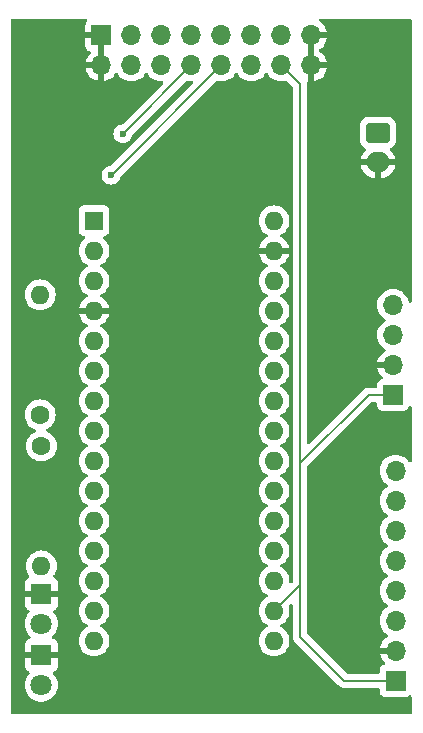
<source format=gbr>
%TF.GenerationSoftware,KiCad,Pcbnew,8.0.8*%
%TF.CreationDate,2025-01-20T03:53:25+01:00*%
%TF.ProjectId,NANO_MPU_SD_2Layers,4e414e4f-5f4d-4505-955f-53445f324c61,rev?*%
%TF.SameCoordinates,Original*%
%TF.FileFunction,Copper,L2,Bot*%
%TF.FilePolarity,Positive*%
%FSLAX46Y46*%
G04 Gerber Fmt 4.6, Leading zero omitted, Abs format (unit mm)*
G04 Created by KiCad (PCBNEW 8.0.8) date 2025-01-20 03:53:25*
%MOMM*%
%LPD*%
G01*
G04 APERTURE LIST*
G04 Aperture macros list*
%AMRoundRect*
0 Rectangle with rounded corners*
0 $1 Rounding radius*
0 $2 $3 $4 $5 $6 $7 $8 $9 X,Y pos of 4 corners*
0 Add a 4 corners polygon primitive as box body*
4,1,4,$2,$3,$4,$5,$6,$7,$8,$9,$2,$3,0*
0 Add four circle primitives for the rounded corners*
1,1,$1+$1,$2,$3*
1,1,$1+$1,$4,$5*
1,1,$1+$1,$6,$7*
1,1,$1+$1,$8,$9*
0 Add four rect primitives between the rounded corners*
20,1,$1+$1,$2,$3,$4,$5,0*
20,1,$1+$1,$4,$5,$6,$7,0*
20,1,$1+$1,$6,$7,$8,$9,0*
20,1,$1+$1,$8,$9,$2,$3,0*%
G04 Aperture macros list end*
%TA.AperFunction,ComponentPad*%
%ADD10R,1.600000X1.600000*%
%TD*%
%TA.AperFunction,ComponentPad*%
%ADD11O,1.600000X1.600000*%
%TD*%
%TA.AperFunction,ComponentPad*%
%ADD12C,1.600000*%
%TD*%
%TA.AperFunction,ComponentPad*%
%ADD13R,1.800000X1.800000*%
%TD*%
%TA.AperFunction,ComponentPad*%
%ADD14C,1.800000*%
%TD*%
%TA.AperFunction,ComponentPad*%
%ADD15R,1.700000X1.700000*%
%TD*%
%TA.AperFunction,ComponentPad*%
%ADD16O,1.700000X1.700000*%
%TD*%
%TA.AperFunction,ComponentPad*%
%ADD17RoundRect,0.250000X-0.750000X0.600000X-0.750000X-0.600000X0.750000X-0.600000X0.750000X0.600000X0*%
%TD*%
%TA.AperFunction,ComponentPad*%
%ADD18O,2.000000X1.700000*%
%TD*%
%TA.AperFunction,ViaPad*%
%ADD19C,0.600000*%
%TD*%
%TA.AperFunction,Conductor*%
%ADD20C,0.200000*%
%TD*%
G04 APERTURE END LIST*
D10*
%TO.P,A1,1,D1/TX*%
%TO.N,unconnected-(A1-D1{slash}TX-Pad1)*%
X57560000Y-67660000D03*
D11*
%TO.P,A1,2,D0/RX*%
%TO.N,unconnected-(A1-D0{slash}RX-Pad2)*%
X57560000Y-70200000D03*
%TO.P,A1,3,~{RESET}*%
%TO.N,unconnected-(A1-~{RESET}-Pad3)*%
X57560000Y-72740000D03*
%TO.P,A1,4,GND*%
%TO.N,GND*%
X57560000Y-75280000D03*
%TO.P,A1,5,D2*%
%TO.N,unconnected-(A1-D2-Pad5)*%
X57560000Y-77820000D03*
%TO.P,A1,6,D3*%
%TO.N,Net-(A1-D3)*%
X57560000Y-80360000D03*
%TO.P,A1,7,D4*%
%TO.N,unconnected-(A1-D4-Pad7)*%
X57560000Y-82900000D03*
%TO.P,A1,8,D5*%
%TO.N,Net-(A1-D5)*%
X57560000Y-85440000D03*
%TO.P,A1,9,D6*%
%TO.N,unconnected-(A1-D6-Pad9)*%
X57560000Y-87980000D03*
%TO.P,A1,10,D7*%
%TO.N,unconnected-(A1-D7-Pad10)*%
X57560000Y-90520000D03*
%TO.P,A1,11,D8*%
%TO.N,unconnected-(A1-D8-Pad11)*%
X57560000Y-93060000D03*
%TO.P,A1,12,D9*%
%TO.N,unconnected-(A1-D9-Pad12)*%
X57560000Y-95600000D03*
%TO.P,A1,13,D10*%
%TO.N,Net-(A1-D10)*%
X57560000Y-98140000D03*
%TO.P,A1,14,D11*%
%TO.N,Net-(A1-D11)*%
X57560000Y-100680000D03*
%TO.P,A1,15,D12*%
%TO.N,Net-(A1-D12)*%
X57560000Y-103220000D03*
%TO.P,A1,16,D13*%
%TO.N,Net-(A1-D13)*%
X72800000Y-103220000D03*
%TO.P,A1,17,3V3*%
%TO.N,+3.3V*%
X72800000Y-100680000D03*
%TO.P,A1,18,AREF*%
%TO.N,unconnected-(A1-AREF-Pad18)*%
X72800000Y-98140000D03*
%TO.P,A1,19,A0*%
%TO.N,unconnected-(A1-A0-Pad19)*%
X72800000Y-95600000D03*
%TO.P,A1,20,A1*%
%TO.N,unconnected-(A1-A1-Pad20)*%
X72800000Y-93060000D03*
%TO.P,A1,21,A2*%
%TO.N,unconnected-(A1-A2-Pad21)*%
X72800000Y-90520000D03*
%TO.P,A1,22,A3*%
%TO.N,unconnected-(A1-A3-Pad22)*%
X72800000Y-87980000D03*
%TO.P,A1,23,A4*%
%TO.N,Net-(A1-A4)*%
X72800000Y-85440000D03*
%TO.P,A1,24,A5*%
%TO.N,Net-(A1-A5)*%
X72800000Y-82900000D03*
%TO.P,A1,25,A6*%
%TO.N,unconnected-(A1-A6-Pad25)*%
X72800000Y-80360000D03*
%TO.P,A1,26,A7*%
%TO.N,unconnected-(A1-A7-Pad26)*%
X72800000Y-77820000D03*
%TO.P,A1,27,+5V*%
%TO.N,+5V*%
X72800000Y-75280000D03*
%TO.P,A1,28,~{RESET}*%
%TO.N,unconnected-(A1-~{RESET}-Pad28)*%
X72800000Y-72740000D03*
%TO.P,A1,29,GND*%
%TO.N,GND*%
X72800000Y-70200000D03*
%TO.P,A1,30,VIN*%
%TO.N,Net-(A1-VIN)*%
X72800000Y-67660000D03*
%TD*%
D12*
%TO.P,R1,1*%
%TO.N,Net-(A1-D5)*%
X53100000Y-86720000D03*
D11*
%TO.P,R1,2*%
%TO.N,Net-(D1-A)*%
X53100000Y-96880000D03*
%TD*%
D13*
%TO.P,D2,1,K*%
%TO.N,GND*%
X53100000Y-104430000D03*
D14*
%TO.P,D2,2,A*%
%TO.N,Net-(D2-A)*%
X53100000Y-106970000D03*
%TD*%
D15*
%TO.P,J2,1,ePin_b2*%
%TO.N,GND*%
X58180000Y-51960000D03*
D16*
%TO.P,J2,2,ePin_a2*%
X58180000Y-54500000D03*
%TO.P,J2,3,eePin_b4*%
%TO.N,Net-(A1-D12)*%
X60720000Y-51960000D03*
%TO.P,J2,4,ePin_a4*%
X60720000Y-54500000D03*
%TO.P,J2,5,ePin_b6*%
%TO.N,Net-(A1-D13)*%
X63260000Y-51960000D03*
%TO.P,J2,6,ePin_a6*%
X63260000Y-54500000D03*
%TO.P,J2,7,ePin_b8*%
%TO.N,Net-(A1-D11)*%
X65800000Y-51960000D03*
%TO.P,J2,8,ePin_a8*%
X65800000Y-54500000D03*
%TO.P,J2,9,ePin_b10*%
%TO.N,Net-(A1-D10)*%
X68340000Y-51960000D03*
%TO.P,J2,10,ePin_a10*%
X68340000Y-54500000D03*
%TO.P,J2,11,ePin_b12*%
%TO.N,+5V*%
X70880000Y-51960000D03*
%TO.P,J2,12,ePin_a12*%
X70880000Y-54500000D03*
%TO.P,J2,13,Pin_b14*%
%TO.N,+3.3V*%
X73420000Y-51960000D03*
%TO.P,J2,14,ePin_a14*%
X73420000Y-54500000D03*
%TO.P,J2,15,ePin_b16*%
%TO.N,GND*%
X75960000Y-51960000D03*
%TO.P,J2,16,ePin_a16*%
X75960000Y-54500000D03*
%TD*%
D15*
%TO.P,J3,1,Pin_1*%
%TO.N,+3.3V*%
X82875000Y-82400000D03*
D16*
%TO.P,J3,2,Pin_2*%
%TO.N,GND*%
X82875000Y-79860000D03*
%TO.P,J3,3,Pin_3*%
%TO.N,Net-(A1-A5)*%
X82875000Y-77320000D03*
%TO.P,J3,4,Pin_4*%
%TO.N,Net-(A1-A4)*%
X82875000Y-74780000D03*
%TD*%
D13*
%TO.P,D1,1,K*%
%TO.N,GND*%
X53100000Y-99230000D03*
D14*
%TO.P,D1,2,A*%
%TO.N,Net-(D1-A)*%
X53100000Y-101770000D03*
%TD*%
D15*
%TO.P,J1,1,Pin_1*%
%TO.N,+3.3V*%
X83100000Y-106600000D03*
D16*
%TO.P,J1,2,Pin_2*%
%TO.N,GND*%
X83100000Y-104060000D03*
%TO.P,J1,3,Pin_3*%
%TO.N,Net-(A1-A5)*%
X83100000Y-101520000D03*
%TO.P,J1,4,Pin_4*%
%TO.N,Net-(A1-A4)*%
X83100000Y-98980000D03*
%TO.P,J1,5,Pin_5*%
%TO.N,unconnected-(J1-Pin_5-Pad5)*%
X83100000Y-96440000D03*
%TO.P,J1,6,Pin_6*%
%TO.N,unconnected-(J1-Pin_6-Pad6)*%
X83100000Y-93900000D03*
%TO.P,J1,7,Pin_7*%
%TO.N,unconnected-(J1-Pin_7-Pad7)*%
X83100000Y-91360000D03*
%TO.P,J1,8,Pin_8*%
%TO.N,unconnected-(J1-Pin_8-Pad8)*%
X83100000Y-88820000D03*
%TD*%
D12*
%TO.P,R2,1*%
%TO.N,Net-(D2-A)*%
X53000000Y-84080000D03*
D11*
%TO.P,R2,2*%
%TO.N,Net-(A1-D3)*%
X53000000Y-73920000D03*
%TD*%
D17*
%TO.P,J4,1,Pin_1*%
%TO.N,Net-(A1-VIN)*%
X81600000Y-60200000D03*
D18*
%TO.P,J4,2,Pin_2*%
%TO.N,GND*%
X81600000Y-62700000D03*
%TD*%
D19*
%TO.N,Net-(A1-D10)*%
X59000000Y-63800000D03*
%TO.N,Net-(A1-D11)*%
X60000000Y-60300000D03*
%TD*%
D20*
%TO.N,Net-(A1-D10)*%
X68340000Y-54500000D02*
X59040000Y-63800000D01*
X59040000Y-63800000D02*
X59000000Y-63800000D01*
%TO.N,Net-(A1-D11)*%
X65800000Y-54500000D02*
X60000000Y-60300000D01*
%TO.N,+3.3V*%
X75000000Y-102880000D02*
X75000000Y-98480000D01*
X78720000Y-106600000D02*
X75000000Y-102880000D01*
X75000000Y-56080000D02*
X75000000Y-88200000D01*
X83100000Y-106600000D02*
X78720000Y-106600000D01*
X80800000Y-82400000D02*
X82875000Y-82400000D01*
X73420000Y-54500000D02*
X75000000Y-56080000D01*
X75000000Y-88200000D02*
X80800000Y-82400000D01*
X75000000Y-98480000D02*
X75000000Y-88200000D01*
X72800000Y-100680000D02*
X75000000Y-98480000D01*
%TD*%
%TA.AperFunction,Conductor*%
%TO.N,GND*%
G36*
X56943578Y-50570185D02*
G01*
X56989333Y-50622989D01*
X56999277Y-50692147D01*
X56975805Y-50748811D01*
X56886649Y-50867906D01*
X56886645Y-50867913D01*
X56836403Y-51002620D01*
X56836401Y-51002627D01*
X56830000Y-51062155D01*
X56830000Y-51710000D01*
X57746988Y-51710000D01*
X57714075Y-51767007D01*
X57680000Y-51894174D01*
X57680000Y-52025826D01*
X57714075Y-52152993D01*
X57746988Y-52210000D01*
X56830000Y-52210000D01*
X56830000Y-52857844D01*
X56836401Y-52917372D01*
X56836403Y-52917379D01*
X56886645Y-53052086D01*
X56886649Y-53052093D01*
X56972809Y-53167187D01*
X56972812Y-53167190D01*
X57087906Y-53253350D01*
X57087913Y-53253354D01*
X57219986Y-53302614D01*
X57275920Y-53344485D01*
X57300337Y-53409949D01*
X57285486Y-53478222D01*
X57264335Y-53506477D01*
X57141886Y-53628926D01*
X57006400Y-53822420D01*
X57006399Y-53822422D01*
X56906570Y-54036507D01*
X56906567Y-54036513D01*
X56849364Y-54249999D01*
X56849364Y-54250000D01*
X57746988Y-54250000D01*
X57714075Y-54307007D01*
X57680000Y-54434174D01*
X57680000Y-54565826D01*
X57714075Y-54692993D01*
X57746988Y-54750000D01*
X56849364Y-54750000D01*
X56906567Y-54963486D01*
X56906570Y-54963492D01*
X57006399Y-55177578D01*
X57141894Y-55371082D01*
X57308917Y-55538105D01*
X57502421Y-55673600D01*
X57716507Y-55773429D01*
X57716516Y-55773433D01*
X57930000Y-55830634D01*
X57930000Y-54933012D01*
X57987007Y-54965925D01*
X58114174Y-55000000D01*
X58245826Y-55000000D01*
X58372993Y-54965925D01*
X58430000Y-54933012D01*
X58430000Y-55830633D01*
X58643483Y-55773433D01*
X58643492Y-55773429D01*
X58857578Y-55673600D01*
X59051082Y-55538105D01*
X59218105Y-55371082D01*
X59348119Y-55185405D01*
X59402696Y-55141781D01*
X59472195Y-55134588D01*
X59534549Y-55166110D01*
X59551269Y-55185405D01*
X59681505Y-55371401D01*
X59848599Y-55538495D01*
X59935692Y-55599478D01*
X60042165Y-55674032D01*
X60042167Y-55674033D01*
X60042170Y-55674035D01*
X60256337Y-55773903D01*
X60484592Y-55835063D01*
X60672918Y-55851539D01*
X60719999Y-55855659D01*
X60720000Y-55855659D01*
X60720001Y-55855659D01*
X60759234Y-55852226D01*
X60955408Y-55835063D01*
X61183663Y-55773903D01*
X61397830Y-55674035D01*
X61591401Y-55538495D01*
X61758495Y-55371401D01*
X61888425Y-55185842D01*
X61943002Y-55142217D01*
X62012500Y-55135023D01*
X62074855Y-55166546D01*
X62091575Y-55185842D01*
X62221281Y-55371082D01*
X62221505Y-55371401D01*
X62388599Y-55538495D01*
X62475692Y-55599478D01*
X62582165Y-55674032D01*
X62582167Y-55674033D01*
X62582170Y-55674035D01*
X62796337Y-55773903D01*
X63024592Y-55835063D01*
X63212918Y-55851539D01*
X63259999Y-55855659D01*
X63260000Y-55855659D01*
X63287841Y-55853223D01*
X63356341Y-55866989D01*
X63406524Y-55915604D01*
X63422458Y-55983632D01*
X63399083Y-56049476D01*
X63386330Y-56064432D01*
X59981465Y-59469298D01*
X59920142Y-59502783D01*
X59907668Y-59504837D01*
X59820750Y-59514630D01*
X59650478Y-59574210D01*
X59497737Y-59670184D01*
X59370184Y-59797737D01*
X59274211Y-59950476D01*
X59214631Y-60120745D01*
X59214630Y-60120750D01*
X59194435Y-60299996D01*
X59194435Y-60300003D01*
X59214630Y-60479249D01*
X59214631Y-60479254D01*
X59274211Y-60649523D01*
X59370184Y-60802262D01*
X59497738Y-60929816D01*
X59650478Y-61025789D01*
X59820745Y-61085368D01*
X59820750Y-61085369D01*
X59999996Y-61105565D01*
X60000000Y-61105565D01*
X60000004Y-61105565D01*
X60179249Y-61085369D01*
X60179252Y-61085368D01*
X60179255Y-61085368D01*
X60349522Y-61025789D01*
X60502262Y-60929816D01*
X60629816Y-60802262D01*
X60725789Y-60649522D01*
X60785368Y-60479255D01*
X60795161Y-60392329D01*
X60822226Y-60327918D01*
X60830690Y-60318543D01*
X65316470Y-55832764D01*
X65377791Y-55799281D01*
X65436242Y-55800672D01*
X65491990Y-55815609D01*
X65564592Y-55835063D01*
X65752918Y-55851539D01*
X65799999Y-55855659D01*
X65800000Y-55855659D01*
X65800001Y-55855659D01*
X65814106Y-55854424D01*
X65827842Y-55853223D01*
X65896342Y-55866989D01*
X65946525Y-55915604D01*
X65962459Y-55983633D01*
X65939084Y-56049476D01*
X65926331Y-56064432D01*
X59026544Y-62964219D01*
X58965221Y-62997704D01*
X58952747Y-62999758D01*
X58820752Y-63014630D01*
X58820747Y-63014631D01*
X58650478Y-63074210D01*
X58497737Y-63170184D01*
X58370184Y-63297737D01*
X58274211Y-63450476D01*
X58214631Y-63620745D01*
X58214630Y-63620750D01*
X58194435Y-63799996D01*
X58194435Y-63800003D01*
X58214630Y-63979249D01*
X58214631Y-63979254D01*
X58274211Y-64149523D01*
X58370184Y-64302262D01*
X58497738Y-64429816D01*
X58650478Y-64525789D01*
X58820745Y-64585368D01*
X58820750Y-64585369D01*
X58999996Y-64605565D01*
X59000000Y-64605565D01*
X59000004Y-64605565D01*
X59179249Y-64585369D01*
X59179252Y-64585368D01*
X59179255Y-64585368D01*
X59349522Y-64525789D01*
X59502262Y-64429816D01*
X59629816Y-64302262D01*
X59725789Y-64149522D01*
X59785368Y-63979255D01*
X59790082Y-63937409D01*
X59817146Y-63872998D01*
X59825611Y-63863622D01*
X67856470Y-55832763D01*
X67917791Y-55799280D01*
X67976238Y-55800670D01*
X68104592Y-55835063D01*
X68292918Y-55851539D01*
X68339999Y-55855659D01*
X68340000Y-55855659D01*
X68340001Y-55855659D01*
X68379234Y-55852226D01*
X68575408Y-55835063D01*
X68803663Y-55773903D01*
X69017830Y-55674035D01*
X69211401Y-55538495D01*
X69378495Y-55371401D01*
X69508425Y-55185842D01*
X69563002Y-55142217D01*
X69632500Y-55135023D01*
X69694855Y-55166546D01*
X69711575Y-55185842D01*
X69841281Y-55371082D01*
X69841505Y-55371401D01*
X70008599Y-55538495D01*
X70095692Y-55599478D01*
X70202165Y-55674032D01*
X70202167Y-55674033D01*
X70202170Y-55674035D01*
X70416337Y-55773903D01*
X70644592Y-55835063D01*
X70832918Y-55851539D01*
X70879999Y-55855659D01*
X70880000Y-55855659D01*
X70880001Y-55855659D01*
X70919234Y-55852226D01*
X71115408Y-55835063D01*
X71343663Y-55773903D01*
X71557830Y-55674035D01*
X71751401Y-55538495D01*
X71918495Y-55371401D01*
X72048425Y-55185842D01*
X72103002Y-55142217D01*
X72172500Y-55135023D01*
X72234855Y-55166546D01*
X72251575Y-55185842D01*
X72381281Y-55371082D01*
X72381505Y-55371401D01*
X72548599Y-55538495D01*
X72635692Y-55599478D01*
X72742165Y-55674032D01*
X72742167Y-55674033D01*
X72742170Y-55674035D01*
X72956337Y-55773903D01*
X73184592Y-55835063D01*
X73372918Y-55851539D01*
X73419999Y-55855659D01*
X73420000Y-55855659D01*
X73420001Y-55855659D01*
X73459234Y-55852226D01*
X73655408Y-55835063D01*
X73783757Y-55800672D01*
X73853606Y-55802335D01*
X73903531Y-55832766D01*
X74363181Y-56292416D01*
X74396666Y-56353739D01*
X74399500Y-56380097D01*
X74399500Y-88113330D01*
X74399499Y-88113348D01*
X74399499Y-88289046D01*
X74399500Y-88289059D01*
X74399500Y-98179902D01*
X74379815Y-98246941D01*
X74363180Y-98267584D01*
X74309427Y-98321336D01*
X74248104Y-98354820D01*
X74178412Y-98349835D01*
X74122479Y-98307964D01*
X74098063Y-98242499D01*
X74098218Y-98222857D01*
X74105468Y-98140000D01*
X74085635Y-97913308D01*
X74026739Y-97693504D01*
X73930568Y-97487266D01*
X73800047Y-97300861D01*
X73800045Y-97300858D01*
X73639141Y-97139954D01*
X73452734Y-97009432D01*
X73452728Y-97009429D01*
X73394725Y-96982382D01*
X73342285Y-96936210D01*
X73323133Y-96869017D01*
X73343348Y-96802135D01*
X73394725Y-96757618D01*
X73452734Y-96730568D01*
X73639139Y-96600047D01*
X73800047Y-96439139D01*
X73930568Y-96252734D01*
X74026739Y-96046496D01*
X74085635Y-95826692D01*
X74105468Y-95600000D01*
X74085635Y-95373308D01*
X74026739Y-95153504D01*
X73930568Y-94947266D01*
X73800047Y-94760861D01*
X73800045Y-94760858D01*
X73639141Y-94599954D01*
X73452734Y-94469432D01*
X73452728Y-94469429D01*
X73394725Y-94442382D01*
X73342285Y-94396210D01*
X73323133Y-94329017D01*
X73343348Y-94262135D01*
X73394725Y-94217618D01*
X73452734Y-94190568D01*
X73639139Y-94060047D01*
X73800047Y-93899139D01*
X73930568Y-93712734D01*
X74026739Y-93506496D01*
X74085635Y-93286692D01*
X74105468Y-93060000D01*
X74085635Y-92833308D01*
X74026739Y-92613504D01*
X73930568Y-92407266D01*
X73800047Y-92220861D01*
X73800045Y-92220858D01*
X73639141Y-92059954D01*
X73452734Y-91929432D01*
X73452728Y-91929429D01*
X73394725Y-91902382D01*
X73342285Y-91856210D01*
X73323133Y-91789017D01*
X73343348Y-91722135D01*
X73394725Y-91677618D01*
X73452734Y-91650568D01*
X73639139Y-91520047D01*
X73800047Y-91359139D01*
X73930568Y-91172734D01*
X74026739Y-90966496D01*
X74085635Y-90746692D01*
X74105468Y-90520000D01*
X74085635Y-90293308D01*
X74026739Y-90073504D01*
X73930568Y-89867266D01*
X73800047Y-89680861D01*
X73800045Y-89680858D01*
X73639141Y-89519954D01*
X73452734Y-89389432D01*
X73452728Y-89389429D01*
X73394725Y-89362382D01*
X73342285Y-89316210D01*
X73323133Y-89249017D01*
X73343348Y-89182135D01*
X73394725Y-89137618D01*
X73452734Y-89110568D01*
X73639139Y-88980047D01*
X73800047Y-88819139D01*
X73930568Y-88632734D01*
X74026739Y-88426496D01*
X74085635Y-88206692D01*
X74105468Y-87980000D01*
X74085635Y-87753308D01*
X74030113Y-87546097D01*
X74026741Y-87533511D01*
X74026738Y-87533502D01*
X74004091Y-87484936D01*
X73930568Y-87327266D01*
X73800047Y-87140861D01*
X73800045Y-87140858D01*
X73639141Y-86979954D01*
X73452734Y-86849432D01*
X73452728Y-86849429D01*
X73394725Y-86822382D01*
X73342285Y-86776210D01*
X73323133Y-86709017D01*
X73343348Y-86642135D01*
X73394725Y-86597618D01*
X73452734Y-86570568D01*
X73639139Y-86440047D01*
X73800047Y-86279139D01*
X73930568Y-86092734D01*
X74026739Y-85886496D01*
X74085635Y-85666692D01*
X74105468Y-85440000D01*
X74085635Y-85213308D01*
X74026739Y-84993504D01*
X73930568Y-84787266D01*
X73800047Y-84600861D01*
X73800045Y-84600858D01*
X73639141Y-84439954D01*
X73452734Y-84309432D01*
X73452728Y-84309429D01*
X73394725Y-84282382D01*
X73342285Y-84236210D01*
X73323133Y-84169017D01*
X73343348Y-84102135D01*
X73394725Y-84057618D01*
X73452734Y-84030568D01*
X73639139Y-83900047D01*
X73800047Y-83739139D01*
X73930568Y-83552734D01*
X74026739Y-83346496D01*
X74085635Y-83126692D01*
X74105468Y-82900000D01*
X74085635Y-82673308D01*
X74026739Y-82453504D01*
X73930568Y-82247266D01*
X73800047Y-82060861D01*
X73800045Y-82060858D01*
X73639141Y-81899954D01*
X73452734Y-81769432D01*
X73452728Y-81769429D01*
X73394725Y-81742382D01*
X73342285Y-81696210D01*
X73323133Y-81629017D01*
X73343348Y-81562135D01*
X73394725Y-81517618D01*
X73452734Y-81490568D01*
X73639139Y-81360047D01*
X73800047Y-81199139D01*
X73930568Y-81012734D01*
X74026739Y-80806496D01*
X74085635Y-80586692D01*
X74105468Y-80360000D01*
X74102273Y-80323486D01*
X74085635Y-80133313D01*
X74085635Y-80133308D01*
X74026739Y-79913504D01*
X73930568Y-79707266D01*
X73800047Y-79520861D01*
X73800045Y-79520858D01*
X73639141Y-79359954D01*
X73452734Y-79229432D01*
X73452728Y-79229429D01*
X73394725Y-79202382D01*
X73342285Y-79156210D01*
X73323133Y-79089017D01*
X73343348Y-79022135D01*
X73394725Y-78977618D01*
X73452734Y-78950568D01*
X73639139Y-78820047D01*
X73800047Y-78659139D01*
X73930568Y-78472734D01*
X74026739Y-78266496D01*
X74085635Y-78046692D01*
X74105468Y-77820000D01*
X74085635Y-77593308D01*
X74026739Y-77373504D01*
X73930568Y-77167266D01*
X73800047Y-76980861D01*
X73800045Y-76980858D01*
X73639141Y-76819954D01*
X73452734Y-76689432D01*
X73452728Y-76689429D01*
X73394725Y-76662382D01*
X73342285Y-76616210D01*
X73323133Y-76549017D01*
X73343348Y-76482135D01*
X73394725Y-76437618D01*
X73395319Y-76437341D01*
X73452734Y-76410568D01*
X73639139Y-76280047D01*
X73800047Y-76119139D01*
X73930568Y-75932734D01*
X74026739Y-75726496D01*
X74085635Y-75506692D01*
X74105468Y-75280000D01*
X74085635Y-75053308D01*
X74026739Y-74833504D01*
X73930568Y-74627266D01*
X73800047Y-74440861D01*
X73800045Y-74440858D01*
X73639141Y-74279954D01*
X73452734Y-74149432D01*
X73452728Y-74149429D01*
X73394725Y-74122382D01*
X73342285Y-74076210D01*
X73323133Y-74009017D01*
X73343348Y-73942135D01*
X73394725Y-73897618D01*
X73452734Y-73870568D01*
X73639139Y-73740047D01*
X73800047Y-73579139D01*
X73930568Y-73392734D01*
X74026739Y-73186496D01*
X74085635Y-72966692D01*
X74105468Y-72740000D01*
X74085635Y-72513308D01*
X74026739Y-72293504D01*
X73930568Y-72087266D01*
X73800047Y-71900861D01*
X73800045Y-71900858D01*
X73639141Y-71739954D01*
X73452734Y-71609432D01*
X73452732Y-71609431D01*
X73394725Y-71582382D01*
X73394132Y-71582105D01*
X73341694Y-71535934D01*
X73322542Y-71468740D01*
X73342758Y-71401859D01*
X73394134Y-71357341D01*
X73452484Y-71330132D01*
X73638820Y-71199657D01*
X73799657Y-71038820D01*
X73930134Y-70852482D01*
X74026265Y-70646326D01*
X74026269Y-70646317D01*
X74078872Y-70450000D01*
X73233012Y-70450000D01*
X73265925Y-70392993D01*
X73300000Y-70265826D01*
X73300000Y-70134174D01*
X73265925Y-70007007D01*
X73233012Y-69950000D01*
X74078872Y-69950000D01*
X74078872Y-69949999D01*
X74026269Y-69753682D01*
X74026265Y-69753673D01*
X73930134Y-69547517D01*
X73799657Y-69361179D01*
X73638820Y-69200342D01*
X73452482Y-69069865D01*
X73394133Y-69042657D01*
X73341694Y-68996484D01*
X73322542Y-68929291D01*
X73342758Y-68862410D01*
X73394129Y-68817895D01*
X73452734Y-68790568D01*
X73639139Y-68660047D01*
X73800047Y-68499139D01*
X73930568Y-68312734D01*
X74026739Y-68106496D01*
X74085635Y-67886692D01*
X74105468Y-67660000D01*
X74085635Y-67433308D01*
X74026739Y-67213504D01*
X73930568Y-67007266D01*
X73800047Y-66820861D01*
X73800045Y-66820858D01*
X73639141Y-66659954D01*
X73452734Y-66529432D01*
X73452732Y-66529431D01*
X73246497Y-66433261D01*
X73246488Y-66433258D01*
X73026697Y-66374366D01*
X73026693Y-66374365D01*
X73026692Y-66374365D01*
X73026691Y-66374364D01*
X73026686Y-66374364D01*
X72800002Y-66354532D01*
X72799998Y-66354532D01*
X72573313Y-66374364D01*
X72573302Y-66374366D01*
X72353511Y-66433258D01*
X72353502Y-66433261D01*
X72147267Y-66529431D01*
X72147265Y-66529432D01*
X71960858Y-66659954D01*
X71799954Y-66820858D01*
X71669432Y-67007265D01*
X71669431Y-67007267D01*
X71573261Y-67213502D01*
X71573258Y-67213511D01*
X71514366Y-67433302D01*
X71514364Y-67433313D01*
X71494532Y-67659998D01*
X71494532Y-67660001D01*
X71514364Y-67886686D01*
X71514366Y-67886697D01*
X71573258Y-68106488D01*
X71573261Y-68106497D01*
X71669431Y-68312732D01*
X71669432Y-68312734D01*
X71799954Y-68499141D01*
X71960858Y-68660045D01*
X71960861Y-68660047D01*
X72147266Y-68790568D01*
X72205865Y-68817893D01*
X72258305Y-68864065D01*
X72277457Y-68931258D01*
X72257242Y-68998139D01*
X72205867Y-69042657D01*
X72147515Y-69069867D01*
X71961179Y-69200342D01*
X71800342Y-69361179D01*
X71669865Y-69547517D01*
X71573734Y-69753673D01*
X71573730Y-69753682D01*
X71521127Y-69949999D01*
X71521128Y-69950000D01*
X72366988Y-69950000D01*
X72334075Y-70007007D01*
X72300000Y-70134174D01*
X72300000Y-70265826D01*
X72334075Y-70392993D01*
X72366988Y-70450000D01*
X71521128Y-70450000D01*
X71573730Y-70646317D01*
X71573734Y-70646326D01*
X71669865Y-70852482D01*
X71800342Y-71038820D01*
X71961179Y-71199657D01*
X72147518Y-71330134D01*
X72147520Y-71330135D01*
X72205865Y-71357342D01*
X72258305Y-71403514D01*
X72277457Y-71470707D01*
X72257242Y-71537589D01*
X72205867Y-71582105D01*
X72147268Y-71609431D01*
X72147264Y-71609433D01*
X71960858Y-71739954D01*
X71799954Y-71900858D01*
X71669432Y-72087265D01*
X71669431Y-72087267D01*
X71573261Y-72293502D01*
X71573258Y-72293511D01*
X71514366Y-72513302D01*
X71514364Y-72513313D01*
X71494532Y-72739998D01*
X71494532Y-72740001D01*
X71514364Y-72966686D01*
X71514366Y-72966697D01*
X71573258Y-73186488D01*
X71573261Y-73186497D01*
X71669431Y-73392732D01*
X71669432Y-73392734D01*
X71799954Y-73579141D01*
X71960858Y-73740045D01*
X71962943Y-73741505D01*
X72147266Y-73870568D01*
X72205275Y-73897618D01*
X72257714Y-73943791D01*
X72276866Y-74010984D01*
X72256650Y-74077865D01*
X72205275Y-74122382D01*
X72147267Y-74149431D01*
X72147265Y-74149432D01*
X71960858Y-74279954D01*
X71799954Y-74440858D01*
X71669432Y-74627265D01*
X71669431Y-74627267D01*
X71573261Y-74833502D01*
X71573258Y-74833511D01*
X71514366Y-75053302D01*
X71514364Y-75053313D01*
X71494532Y-75279998D01*
X71494532Y-75280001D01*
X71514364Y-75506686D01*
X71514366Y-75506697D01*
X71573258Y-75726488D01*
X71573261Y-75726497D01*
X71669431Y-75932732D01*
X71669432Y-75932734D01*
X71799954Y-76119141D01*
X71960858Y-76280045D01*
X71962943Y-76281505D01*
X72147266Y-76410568D01*
X72204681Y-76437341D01*
X72205275Y-76437618D01*
X72257714Y-76483791D01*
X72276866Y-76550984D01*
X72256650Y-76617865D01*
X72205275Y-76662382D01*
X72147267Y-76689431D01*
X72147265Y-76689432D01*
X71960858Y-76819954D01*
X71799954Y-76980858D01*
X71669432Y-77167265D01*
X71669431Y-77167267D01*
X71573261Y-77373502D01*
X71573258Y-77373511D01*
X71514366Y-77593302D01*
X71514364Y-77593313D01*
X71494532Y-77819998D01*
X71494532Y-77820001D01*
X71514364Y-78046686D01*
X71514366Y-78046697D01*
X71573258Y-78266488D01*
X71573261Y-78266497D01*
X71669431Y-78472732D01*
X71669432Y-78472734D01*
X71799954Y-78659141D01*
X71960858Y-78820045D01*
X72007693Y-78852839D01*
X72147266Y-78950568D01*
X72205275Y-78977618D01*
X72257714Y-79023791D01*
X72276866Y-79090984D01*
X72256650Y-79157865D01*
X72205275Y-79202382D01*
X72147267Y-79229431D01*
X72147265Y-79229432D01*
X71960858Y-79359954D01*
X71799954Y-79520858D01*
X71669432Y-79707265D01*
X71669431Y-79707267D01*
X71573261Y-79913502D01*
X71573258Y-79913511D01*
X71514366Y-80133302D01*
X71514364Y-80133313D01*
X71494532Y-80359998D01*
X71494532Y-80360001D01*
X71514364Y-80586686D01*
X71514366Y-80586697D01*
X71573258Y-80806488D01*
X71573261Y-80806497D01*
X71669431Y-81012732D01*
X71669432Y-81012734D01*
X71799954Y-81199141D01*
X71960858Y-81360045D01*
X71960861Y-81360047D01*
X72147266Y-81490568D01*
X72205275Y-81517618D01*
X72257714Y-81563791D01*
X72276866Y-81630984D01*
X72256650Y-81697865D01*
X72205275Y-81742382D01*
X72147267Y-81769431D01*
X72147265Y-81769432D01*
X71960858Y-81899954D01*
X71799954Y-82060858D01*
X71669432Y-82247265D01*
X71669431Y-82247267D01*
X71573261Y-82453502D01*
X71573258Y-82453511D01*
X71514366Y-82673302D01*
X71514364Y-82673313D01*
X71494532Y-82899998D01*
X71494532Y-82900001D01*
X71514364Y-83126686D01*
X71514366Y-83126697D01*
X71573258Y-83346488D01*
X71573261Y-83346497D01*
X71669431Y-83552732D01*
X71669432Y-83552734D01*
X71799954Y-83739141D01*
X71960858Y-83900045D01*
X71960861Y-83900047D01*
X72147266Y-84030568D01*
X72205275Y-84057618D01*
X72257714Y-84103791D01*
X72276866Y-84170984D01*
X72256650Y-84237865D01*
X72205275Y-84282382D01*
X72147267Y-84309431D01*
X72147265Y-84309432D01*
X71960858Y-84439954D01*
X71799954Y-84600858D01*
X71669432Y-84787265D01*
X71669431Y-84787267D01*
X71573261Y-84993502D01*
X71573258Y-84993511D01*
X71514366Y-85213302D01*
X71514364Y-85213313D01*
X71494532Y-85439998D01*
X71494532Y-85440001D01*
X71514364Y-85666686D01*
X71514366Y-85666697D01*
X71573258Y-85886488D01*
X71573261Y-85886497D01*
X71669431Y-86092732D01*
X71669432Y-86092734D01*
X71799954Y-86279141D01*
X71960858Y-86440045D01*
X71960861Y-86440047D01*
X72147266Y-86570568D01*
X72205275Y-86597618D01*
X72257714Y-86643791D01*
X72276866Y-86710984D01*
X72256650Y-86777865D01*
X72205275Y-86822382D01*
X72147267Y-86849431D01*
X72147265Y-86849432D01*
X71960858Y-86979954D01*
X71799954Y-87140858D01*
X71669432Y-87327265D01*
X71669431Y-87327267D01*
X71573261Y-87533502D01*
X71573258Y-87533511D01*
X71514366Y-87753302D01*
X71514364Y-87753313D01*
X71494532Y-87979998D01*
X71494532Y-87980001D01*
X71514364Y-88206686D01*
X71514366Y-88206697D01*
X71573258Y-88426488D01*
X71573261Y-88426497D01*
X71669431Y-88632732D01*
X71669432Y-88632734D01*
X71799954Y-88819141D01*
X71960858Y-88980045D01*
X71960861Y-88980047D01*
X72147266Y-89110568D01*
X72205275Y-89137618D01*
X72257714Y-89183791D01*
X72276866Y-89250984D01*
X72256650Y-89317865D01*
X72205275Y-89362382D01*
X72147267Y-89389431D01*
X72147265Y-89389432D01*
X71960858Y-89519954D01*
X71799954Y-89680858D01*
X71669432Y-89867265D01*
X71669431Y-89867267D01*
X71573261Y-90073502D01*
X71573258Y-90073511D01*
X71514366Y-90293302D01*
X71514364Y-90293313D01*
X71494532Y-90519998D01*
X71494532Y-90520001D01*
X71514364Y-90746686D01*
X71514366Y-90746697D01*
X71573258Y-90966488D01*
X71573261Y-90966497D01*
X71669431Y-91172732D01*
X71669432Y-91172734D01*
X71799954Y-91359141D01*
X71960858Y-91520045D01*
X71960861Y-91520047D01*
X72147266Y-91650568D01*
X72205275Y-91677618D01*
X72257714Y-91723791D01*
X72276866Y-91790984D01*
X72256650Y-91857865D01*
X72205275Y-91902382D01*
X72147267Y-91929431D01*
X72147265Y-91929432D01*
X71960858Y-92059954D01*
X71799954Y-92220858D01*
X71669432Y-92407265D01*
X71669431Y-92407267D01*
X71573261Y-92613502D01*
X71573258Y-92613511D01*
X71514366Y-92833302D01*
X71514364Y-92833313D01*
X71494532Y-93059998D01*
X71494532Y-93060001D01*
X71514364Y-93286686D01*
X71514366Y-93286697D01*
X71573258Y-93506488D01*
X71573261Y-93506497D01*
X71669431Y-93712732D01*
X71669432Y-93712734D01*
X71799954Y-93899141D01*
X71960858Y-94060045D01*
X71960861Y-94060047D01*
X72147266Y-94190568D01*
X72205275Y-94217618D01*
X72257714Y-94263791D01*
X72276866Y-94330984D01*
X72256650Y-94397865D01*
X72205275Y-94442382D01*
X72147267Y-94469431D01*
X72147265Y-94469432D01*
X71960858Y-94599954D01*
X71799954Y-94760858D01*
X71669432Y-94947265D01*
X71669431Y-94947267D01*
X71573261Y-95153502D01*
X71573258Y-95153511D01*
X71514366Y-95373302D01*
X71514364Y-95373313D01*
X71494532Y-95599998D01*
X71494532Y-95600001D01*
X71514364Y-95826686D01*
X71514366Y-95826697D01*
X71573258Y-96046488D01*
X71573261Y-96046497D01*
X71669431Y-96252732D01*
X71669432Y-96252734D01*
X71799954Y-96439141D01*
X71960858Y-96600045D01*
X71960861Y-96600047D01*
X72147266Y-96730568D01*
X72205275Y-96757618D01*
X72257714Y-96803791D01*
X72276866Y-96870984D01*
X72256650Y-96937865D01*
X72205275Y-96982382D01*
X72147267Y-97009431D01*
X72147265Y-97009432D01*
X71960858Y-97139954D01*
X71799954Y-97300858D01*
X71669432Y-97487265D01*
X71669431Y-97487267D01*
X71573261Y-97693502D01*
X71573258Y-97693511D01*
X71514366Y-97913302D01*
X71514364Y-97913313D01*
X71494532Y-98139998D01*
X71494532Y-98140001D01*
X71514364Y-98366686D01*
X71514366Y-98366697D01*
X71573258Y-98586488D01*
X71573261Y-98586497D01*
X71669431Y-98792732D01*
X71669432Y-98792734D01*
X71799954Y-98979141D01*
X71960858Y-99140045D01*
X71960861Y-99140047D01*
X72147266Y-99270568D01*
X72187317Y-99289244D01*
X72205275Y-99297618D01*
X72257714Y-99343791D01*
X72276866Y-99410984D01*
X72256650Y-99477865D01*
X72205275Y-99522382D01*
X72147267Y-99549431D01*
X72147265Y-99549432D01*
X71960858Y-99679954D01*
X71799954Y-99840858D01*
X71669432Y-100027265D01*
X71669431Y-100027267D01*
X71573261Y-100233502D01*
X71573258Y-100233511D01*
X71514366Y-100453302D01*
X71514364Y-100453313D01*
X71494532Y-100679998D01*
X71494532Y-100680001D01*
X71514364Y-100906686D01*
X71514366Y-100906697D01*
X71573258Y-101126488D01*
X71573261Y-101126497D01*
X71669431Y-101332732D01*
X71669432Y-101332734D01*
X71799954Y-101519141D01*
X71960858Y-101680045D01*
X71960861Y-101680047D01*
X72147266Y-101810568D01*
X72205275Y-101837618D01*
X72257714Y-101883791D01*
X72276866Y-101950984D01*
X72256650Y-102017865D01*
X72205275Y-102062382D01*
X72147267Y-102089431D01*
X72147265Y-102089432D01*
X71960858Y-102219954D01*
X71799954Y-102380858D01*
X71669432Y-102567265D01*
X71669431Y-102567267D01*
X71573261Y-102773502D01*
X71573258Y-102773511D01*
X71514366Y-102993302D01*
X71514364Y-102993313D01*
X71494532Y-103219998D01*
X71494532Y-103220001D01*
X71514364Y-103446686D01*
X71514366Y-103446697D01*
X71573258Y-103666488D01*
X71573261Y-103666497D01*
X71669431Y-103872732D01*
X71669432Y-103872734D01*
X71799954Y-104059141D01*
X71960858Y-104220045D01*
X71960861Y-104220047D01*
X72147266Y-104350568D01*
X72353504Y-104446739D01*
X72573308Y-104505635D01*
X72735230Y-104519801D01*
X72799998Y-104525468D01*
X72800000Y-104525468D01*
X72800002Y-104525468D01*
X72856673Y-104520509D01*
X73026692Y-104505635D01*
X73246496Y-104446739D01*
X73452734Y-104350568D01*
X73639139Y-104220047D01*
X73800047Y-104059139D01*
X73930568Y-103872734D01*
X74026739Y-103666496D01*
X74085635Y-103446692D01*
X74105468Y-103220000D01*
X74085635Y-102993308D01*
X74026739Y-102773504D01*
X73930568Y-102567266D01*
X73800047Y-102380861D01*
X73800045Y-102380858D01*
X73639141Y-102219954D01*
X73452734Y-102089432D01*
X73452728Y-102089429D01*
X73394725Y-102062382D01*
X73342285Y-102016210D01*
X73323133Y-101949017D01*
X73343348Y-101882135D01*
X73394725Y-101837618D01*
X73452734Y-101810568D01*
X73639139Y-101680047D01*
X73800047Y-101519139D01*
X73930568Y-101332734D01*
X74026739Y-101126496D01*
X74085635Y-100906692D01*
X74105468Y-100680000D01*
X74104716Y-100671409D01*
X74088102Y-100481505D01*
X74085635Y-100453308D01*
X74059847Y-100357066D01*
X74061510Y-100287217D01*
X74091937Y-100237296D01*
X74187822Y-100141412D01*
X74249143Y-100107930D01*
X74318834Y-100112914D01*
X74374768Y-100154786D01*
X74399184Y-100220251D01*
X74399500Y-100229096D01*
X74399500Y-102793330D01*
X74399499Y-102793348D01*
X74399499Y-102959054D01*
X74399498Y-102959054D01*
X74440423Y-103111785D01*
X74469358Y-103161900D01*
X74469359Y-103161904D01*
X74469360Y-103161904D01*
X74519479Y-103248714D01*
X74519481Y-103248717D01*
X74638349Y-103367585D01*
X74638355Y-103367590D01*
X78235139Y-106964374D01*
X78235149Y-106964385D01*
X78239479Y-106968715D01*
X78239480Y-106968716D01*
X78351284Y-107080520D01*
X78351286Y-107080521D01*
X78351290Y-107080524D01*
X78488209Y-107159573D01*
X78488216Y-107159577D01*
X78600019Y-107189534D01*
X78640942Y-107200500D01*
X78640943Y-107200500D01*
X81625501Y-107200500D01*
X81692540Y-107220185D01*
X81738295Y-107272989D01*
X81749501Y-107324500D01*
X81749501Y-107497876D01*
X81755908Y-107557483D01*
X81806202Y-107692328D01*
X81806206Y-107692335D01*
X81892452Y-107807544D01*
X81892455Y-107807547D01*
X82007664Y-107893793D01*
X82007671Y-107893797D01*
X82142517Y-107944091D01*
X82142516Y-107944091D01*
X82149444Y-107944835D01*
X82202127Y-107950500D01*
X83997872Y-107950499D01*
X84057483Y-107944091D01*
X84192331Y-107893796D01*
X84251189Y-107849734D01*
X84316652Y-107825317D01*
X84384925Y-107840168D01*
X84434331Y-107889573D01*
X84449500Y-107949001D01*
X84449500Y-109325500D01*
X84429815Y-109392539D01*
X84377011Y-109438294D01*
X84325500Y-109449500D01*
X50674500Y-109449500D01*
X50607461Y-109429815D01*
X50561706Y-109377011D01*
X50550500Y-109325500D01*
X50550500Y-101769993D01*
X51694700Y-101769993D01*
X51694700Y-101770006D01*
X51713864Y-102001297D01*
X51713866Y-102001308D01*
X51770842Y-102226300D01*
X51864075Y-102438848D01*
X51991016Y-102633147D01*
X51991019Y-102633151D01*
X51991021Y-102633153D01*
X52148216Y-102803913D01*
X52161443Y-102814208D01*
X52161912Y-102814573D01*
X52202725Y-102871283D01*
X52206399Y-102941056D01*
X52171767Y-103001739D01*
X52109826Y-103034066D01*
X52099012Y-103035715D01*
X52092624Y-103036402D01*
X52092620Y-103036403D01*
X51957913Y-103086645D01*
X51957906Y-103086649D01*
X51842812Y-103172809D01*
X51842809Y-103172812D01*
X51756649Y-103287906D01*
X51756645Y-103287913D01*
X51706403Y-103422620D01*
X51706401Y-103422627D01*
X51700000Y-103482155D01*
X51700000Y-104180000D01*
X52724722Y-104180000D01*
X52680667Y-104256306D01*
X52650000Y-104370756D01*
X52650000Y-104489244D01*
X52680667Y-104603694D01*
X52724722Y-104680000D01*
X51700000Y-104680000D01*
X51700000Y-105377844D01*
X51706401Y-105437372D01*
X51706403Y-105437379D01*
X51756645Y-105572086D01*
X51756649Y-105572093D01*
X51842809Y-105687187D01*
X51842812Y-105687190D01*
X51957906Y-105773350D01*
X51957913Y-105773354D01*
X52038270Y-105803325D01*
X52094204Y-105845196D01*
X52118621Y-105910660D01*
X52103770Y-105978933D01*
X52086168Y-106003489D01*
X51991021Y-106106847D01*
X51991019Y-106106848D01*
X51991016Y-106106853D01*
X51864075Y-106301151D01*
X51770842Y-106513699D01*
X51713866Y-106738691D01*
X51713864Y-106738702D01*
X51694700Y-106969993D01*
X51694700Y-106970006D01*
X51713864Y-107201297D01*
X51713866Y-107201308D01*
X51770842Y-107426300D01*
X51864075Y-107638848D01*
X51991016Y-107833147D01*
X51991019Y-107833151D01*
X51991021Y-107833153D01*
X52148216Y-108003913D01*
X52148219Y-108003915D01*
X52148222Y-108003918D01*
X52331365Y-108146464D01*
X52331371Y-108146468D01*
X52331374Y-108146470D01*
X52535497Y-108256936D01*
X52649487Y-108296068D01*
X52755015Y-108332297D01*
X52755017Y-108332297D01*
X52755019Y-108332298D01*
X52983951Y-108370500D01*
X52983952Y-108370500D01*
X53216048Y-108370500D01*
X53216049Y-108370500D01*
X53444981Y-108332298D01*
X53664503Y-108256936D01*
X53868626Y-108146470D01*
X54051784Y-108003913D01*
X54208979Y-107833153D01*
X54335924Y-107638849D01*
X54429157Y-107426300D01*
X54486134Y-107201305D01*
X54486201Y-107200500D01*
X54505300Y-106970006D01*
X54505300Y-106969993D01*
X54486135Y-106738702D01*
X54486133Y-106738691D01*
X54429157Y-106513699D01*
X54335924Y-106301151D01*
X54208981Y-106106849D01*
X54113832Y-106003489D01*
X54082910Y-105940835D01*
X54090770Y-105871409D01*
X54134918Y-105817253D01*
X54161730Y-105803325D01*
X54242084Y-105773355D01*
X54242093Y-105773350D01*
X54357187Y-105687190D01*
X54357190Y-105687187D01*
X54443350Y-105572093D01*
X54443354Y-105572086D01*
X54493596Y-105437379D01*
X54493598Y-105437372D01*
X54499999Y-105377844D01*
X54500000Y-105377827D01*
X54500000Y-104680000D01*
X53475278Y-104680000D01*
X53519333Y-104603694D01*
X53550000Y-104489244D01*
X53550000Y-104370756D01*
X53519333Y-104256306D01*
X53475278Y-104180000D01*
X54500000Y-104180000D01*
X54500000Y-103482172D01*
X54499999Y-103482155D01*
X54493598Y-103422627D01*
X54493596Y-103422620D01*
X54443354Y-103287913D01*
X54443350Y-103287906D01*
X54357190Y-103172812D01*
X54357187Y-103172809D01*
X54242093Y-103086649D01*
X54242086Y-103086645D01*
X54107379Y-103036403D01*
X54107374Y-103036402D01*
X54100988Y-103035715D01*
X54036438Y-103008973D01*
X53996593Y-102951578D01*
X53994104Y-102881753D01*
X54029760Y-102821666D01*
X54038088Y-102814573D01*
X54051784Y-102803913D01*
X54208979Y-102633153D01*
X54210213Y-102631265D01*
X54257757Y-102558493D01*
X54335924Y-102438849D01*
X54429157Y-102226300D01*
X54486134Y-102001305D01*
X54487596Y-101983663D01*
X54505300Y-101770006D01*
X54505300Y-101769993D01*
X54486135Y-101538702D01*
X54486133Y-101538691D01*
X54429157Y-101313699D01*
X54335924Y-101101151D01*
X54208981Y-100906849D01*
X54113832Y-100803489D01*
X54082910Y-100740835D01*
X54090770Y-100671409D01*
X54134918Y-100617253D01*
X54161730Y-100603325D01*
X54242084Y-100573355D01*
X54242093Y-100573350D01*
X54357187Y-100487190D01*
X54357190Y-100487187D01*
X54443350Y-100372093D01*
X54443354Y-100372086D01*
X54493596Y-100237379D01*
X54493598Y-100237372D01*
X54499999Y-100177844D01*
X54500000Y-100177827D01*
X54500000Y-99480000D01*
X53475278Y-99480000D01*
X53519333Y-99403694D01*
X53550000Y-99289244D01*
X53550000Y-99170756D01*
X53519333Y-99056306D01*
X53475278Y-98980000D01*
X54500000Y-98980000D01*
X54500000Y-98282172D01*
X54499999Y-98282155D01*
X54493598Y-98222627D01*
X54493596Y-98222620D01*
X54443354Y-98087913D01*
X54443350Y-98087906D01*
X54357190Y-97972812D01*
X54357187Y-97972809D01*
X54242093Y-97886649D01*
X54242086Y-97886645D01*
X54186633Y-97865963D01*
X54130699Y-97824092D01*
X54106282Y-97758628D01*
X54121133Y-97690355D01*
X54128384Y-97678668D01*
X54230568Y-97532734D01*
X54326739Y-97326496D01*
X54385635Y-97106692D01*
X54405468Y-96880000D01*
X54385635Y-96653308D01*
X54328479Y-96439999D01*
X54326741Y-96433511D01*
X54326738Y-96433502D01*
X54230568Y-96227267D01*
X54230567Y-96227265D01*
X54214691Y-96204592D01*
X54100047Y-96040861D01*
X54100045Y-96040858D01*
X53939141Y-95879954D01*
X53752734Y-95749432D01*
X53752732Y-95749431D01*
X53546497Y-95653261D01*
X53546488Y-95653258D01*
X53326697Y-95594366D01*
X53326693Y-95594365D01*
X53326692Y-95594365D01*
X53326691Y-95594364D01*
X53326686Y-95594364D01*
X53100002Y-95574532D01*
X53099998Y-95574532D01*
X52873313Y-95594364D01*
X52873302Y-95594366D01*
X52653511Y-95653258D01*
X52653502Y-95653261D01*
X52447267Y-95749431D01*
X52447265Y-95749432D01*
X52260858Y-95879954D01*
X52099954Y-96040858D01*
X51969432Y-96227265D01*
X51969431Y-96227267D01*
X51873261Y-96433502D01*
X51873258Y-96433511D01*
X51814366Y-96653302D01*
X51814364Y-96653313D01*
X51794532Y-96879998D01*
X51794532Y-96880001D01*
X51814364Y-97106686D01*
X51814366Y-97106697D01*
X51873258Y-97326488D01*
X51873261Y-97326497D01*
X51969431Y-97532732D01*
X51969432Y-97532734D01*
X52071608Y-97678658D01*
X52093935Y-97744864D01*
X52076924Y-97812632D01*
X52025976Y-97860444D01*
X52013366Y-97865963D01*
X51957913Y-97886645D01*
X51957906Y-97886649D01*
X51842812Y-97972809D01*
X51842809Y-97972812D01*
X51756649Y-98087906D01*
X51756645Y-98087913D01*
X51706403Y-98222620D01*
X51706401Y-98222627D01*
X51700000Y-98282155D01*
X51700000Y-98980000D01*
X52724722Y-98980000D01*
X52680667Y-99056306D01*
X52650000Y-99170756D01*
X52650000Y-99289244D01*
X52680667Y-99403694D01*
X52724722Y-99480000D01*
X51700000Y-99480000D01*
X51700000Y-100177844D01*
X51706401Y-100237372D01*
X51706403Y-100237379D01*
X51756645Y-100372086D01*
X51756649Y-100372093D01*
X51842809Y-100487187D01*
X51842812Y-100487190D01*
X51957906Y-100573350D01*
X51957913Y-100573354D01*
X52038270Y-100603325D01*
X52094204Y-100645196D01*
X52118621Y-100710660D01*
X52103770Y-100778933D01*
X52086168Y-100803489D01*
X51991021Y-100906847D01*
X51991019Y-100906848D01*
X51991016Y-100906853D01*
X51864075Y-101101151D01*
X51770842Y-101313699D01*
X51713866Y-101538691D01*
X51713864Y-101538702D01*
X51694700Y-101769993D01*
X50550500Y-101769993D01*
X50550500Y-84079998D01*
X51694532Y-84079998D01*
X51694532Y-84080001D01*
X51714364Y-84306686D01*
X51714366Y-84306697D01*
X51773258Y-84526488D01*
X51773261Y-84526497D01*
X51869431Y-84732732D01*
X51869432Y-84732734D01*
X51999954Y-84919141D01*
X52160858Y-85080045D01*
X52160861Y-85080047D01*
X52347266Y-85210568D01*
X52553504Y-85306739D01*
X52558411Y-85309027D01*
X52557886Y-85310151D01*
X52609267Y-85347978D01*
X52634207Y-85413245D01*
X52619902Y-85481634D01*
X52570894Y-85531433D01*
X52563004Y-85535462D01*
X52447264Y-85589433D01*
X52260858Y-85719954D01*
X52099954Y-85880858D01*
X51969432Y-86067265D01*
X51969431Y-86067267D01*
X51873261Y-86273502D01*
X51873258Y-86273511D01*
X51814366Y-86493302D01*
X51814364Y-86493313D01*
X51794532Y-86719998D01*
X51794532Y-86720001D01*
X51814364Y-86946686D01*
X51814366Y-86946697D01*
X51873258Y-87166488D01*
X51873261Y-87166497D01*
X51969431Y-87372732D01*
X51969432Y-87372734D01*
X52099954Y-87559141D01*
X52260858Y-87720045D01*
X52260861Y-87720047D01*
X52447266Y-87850568D01*
X52653504Y-87946739D01*
X52653509Y-87946740D01*
X52653511Y-87946741D01*
X52706415Y-87960916D01*
X52873308Y-88005635D01*
X53035230Y-88019801D01*
X53099998Y-88025468D01*
X53100000Y-88025468D01*
X53100002Y-88025468D01*
X53156673Y-88020509D01*
X53326692Y-88005635D01*
X53546496Y-87946739D01*
X53752734Y-87850568D01*
X53939139Y-87720047D01*
X54100047Y-87559139D01*
X54230568Y-87372734D01*
X54326739Y-87166496D01*
X54385635Y-86946692D01*
X54405468Y-86720000D01*
X54385635Y-86493308D01*
X54340916Y-86326415D01*
X54326741Y-86273511D01*
X54326738Y-86273502D01*
X54230568Y-86067267D01*
X54230567Y-86067265D01*
X54100045Y-85880858D01*
X53939141Y-85719954D01*
X53752734Y-85589432D01*
X53752732Y-85589431D01*
X53636996Y-85535462D01*
X53546496Y-85493261D01*
X53546495Y-85493260D01*
X53541589Y-85490973D01*
X53542112Y-85489851D01*
X53490722Y-85452009D01*
X53465790Y-85386739D01*
X53480104Y-85318351D01*
X53529119Y-85268558D01*
X53536987Y-85264541D01*
X53652734Y-85210568D01*
X53839139Y-85080047D01*
X54000047Y-84919139D01*
X54130568Y-84732734D01*
X54226739Y-84526496D01*
X54285635Y-84306692D01*
X54305468Y-84080000D01*
X54285635Y-83853308D01*
X54226739Y-83633504D01*
X54130568Y-83427266D01*
X54000047Y-83240861D01*
X54000045Y-83240858D01*
X53839141Y-83079954D01*
X53652734Y-82949432D01*
X53652732Y-82949431D01*
X53446497Y-82853261D01*
X53446488Y-82853258D01*
X53226697Y-82794366D01*
X53226693Y-82794365D01*
X53226692Y-82794365D01*
X53226691Y-82794364D01*
X53226686Y-82794364D01*
X53000002Y-82774532D01*
X52999998Y-82774532D01*
X52773313Y-82794364D01*
X52773302Y-82794366D01*
X52553511Y-82853258D01*
X52553502Y-82853261D01*
X52347267Y-82949431D01*
X52347265Y-82949432D01*
X52160858Y-83079954D01*
X51999954Y-83240858D01*
X51869432Y-83427265D01*
X51869431Y-83427267D01*
X51773261Y-83633502D01*
X51773258Y-83633511D01*
X51714366Y-83853302D01*
X51714364Y-83853313D01*
X51694532Y-84079998D01*
X50550500Y-84079998D01*
X50550500Y-73919998D01*
X51694532Y-73919998D01*
X51694532Y-73920001D01*
X51714364Y-74146686D01*
X51714366Y-74146697D01*
X51773258Y-74366488D01*
X51773261Y-74366497D01*
X51869431Y-74572732D01*
X51869432Y-74572734D01*
X51999954Y-74759141D01*
X52160858Y-74920045D01*
X52203212Y-74949701D01*
X52347266Y-75050568D01*
X52553504Y-75146739D01*
X52773308Y-75205635D01*
X52935230Y-75219801D01*
X52999998Y-75225468D01*
X53000000Y-75225468D01*
X53000002Y-75225468D01*
X53056673Y-75220509D01*
X53226692Y-75205635D01*
X53446496Y-75146739D01*
X53652734Y-75050568D01*
X53839139Y-74920047D01*
X54000047Y-74759139D01*
X54130568Y-74572734D01*
X54226739Y-74366496D01*
X54285635Y-74146692D01*
X54305468Y-73920000D01*
X54304470Y-73908597D01*
X54299801Y-73855230D01*
X54285635Y-73693308D01*
X54240916Y-73526415D01*
X54226741Y-73473511D01*
X54226738Y-73473502D01*
X54130568Y-73267267D01*
X54130567Y-73267265D01*
X54000045Y-73080858D01*
X53839141Y-72919954D01*
X53652734Y-72789432D01*
X53652732Y-72789431D01*
X53446497Y-72693261D01*
X53446488Y-72693258D01*
X53226697Y-72634366D01*
X53226693Y-72634365D01*
X53226692Y-72634365D01*
X53226691Y-72634364D01*
X53226686Y-72634364D01*
X53000002Y-72614532D01*
X52999998Y-72614532D01*
X52773313Y-72634364D01*
X52773302Y-72634366D01*
X52553511Y-72693258D01*
X52553502Y-72693261D01*
X52347267Y-72789431D01*
X52347265Y-72789432D01*
X52160858Y-72919954D01*
X51999954Y-73080858D01*
X51869432Y-73267265D01*
X51869431Y-73267267D01*
X51773261Y-73473502D01*
X51773258Y-73473511D01*
X51714366Y-73693302D01*
X51714364Y-73693313D01*
X51694532Y-73919998D01*
X50550500Y-73919998D01*
X50550500Y-70199998D01*
X56254532Y-70199998D01*
X56254532Y-70200001D01*
X56274364Y-70426686D01*
X56274366Y-70426697D01*
X56333258Y-70646488D01*
X56333261Y-70646497D01*
X56429431Y-70852732D01*
X56429432Y-70852734D01*
X56559954Y-71039141D01*
X56720858Y-71200045D01*
X56720861Y-71200047D01*
X56907266Y-71330568D01*
X56964681Y-71357341D01*
X56965275Y-71357618D01*
X57017714Y-71403791D01*
X57036866Y-71470984D01*
X57016650Y-71537865D01*
X56965275Y-71582382D01*
X56907267Y-71609431D01*
X56907265Y-71609432D01*
X56720858Y-71739954D01*
X56559954Y-71900858D01*
X56429432Y-72087265D01*
X56429431Y-72087267D01*
X56333261Y-72293502D01*
X56333258Y-72293511D01*
X56274366Y-72513302D01*
X56274364Y-72513313D01*
X56254532Y-72739998D01*
X56254532Y-72740001D01*
X56274364Y-72966686D01*
X56274366Y-72966697D01*
X56333258Y-73186488D01*
X56333261Y-73186497D01*
X56429431Y-73392732D01*
X56429432Y-73392734D01*
X56559954Y-73579141D01*
X56720858Y-73740045D01*
X56722943Y-73741505D01*
X56907266Y-73870568D01*
X56965865Y-73897893D01*
X57018305Y-73944065D01*
X57037457Y-74011258D01*
X57017242Y-74078139D01*
X56965867Y-74122657D01*
X56907515Y-74149867D01*
X56721179Y-74280342D01*
X56560342Y-74441179D01*
X56429865Y-74627517D01*
X56333734Y-74833673D01*
X56333730Y-74833682D01*
X56281127Y-75029999D01*
X56281128Y-75030000D01*
X57126988Y-75030000D01*
X57094075Y-75087007D01*
X57060000Y-75214174D01*
X57060000Y-75345826D01*
X57094075Y-75472993D01*
X57126988Y-75530000D01*
X56281128Y-75530000D01*
X56333730Y-75726317D01*
X56333734Y-75726326D01*
X56429865Y-75932482D01*
X56560342Y-76118820D01*
X56721179Y-76279657D01*
X56907518Y-76410134D01*
X56907520Y-76410135D01*
X56965865Y-76437342D01*
X57018305Y-76483514D01*
X57037457Y-76550707D01*
X57017242Y-76617589D01*
X56965867Y-76662105D01*
X56907268Y-76689431D01*
X56907264Y-76689433D01*
X56720858Y-76819954D01*
X56559954Y-76980858D01*
X56429432Y-77167265D01*
X56429431Y-77167267D01*
X56333261Y-77373502D01*
X56333258Y-77373511D01*
X56274366Y-77593302D01*
X56274364Y-77593313D01*
X56254532Y-77819998D01*
X56254532Y-77820001D01*
X56274364Y-78046686D01*
X56274366Y-78046697D01*
X56333258Y-78266488D01*
X56333261Y-78266497D01*
X56429431Y-78472732D01*
X56429432Y-78472734D01*
X56559954Y-78659141D01*
X56720858Y-78820045D01*
X56767693Y-78852839D01*
X56907266Y-78950568D01*
X56965275Y-78977618D01*
X57017714Y-79023791D01*
X57036866Y-79090984D01*
X57016650Y-79157865D01*
X56965275Y-79202382D01*
X56907267Y-79229431D01*
X56907265Y-79229432D01*
X56720858Y-79359954D01*
X56559954Y-79520858D01*
X56429432Y-79707265D01*
X56429431Y-79707267D01*
X56333261Y-79913502D01*
X56333258Y-79913511D01*
X56274366Y-80133302D01*
X56274364Y-80133313D01*
X56254532Y-80359998D01*
X56254532Y-80360001D01*
X56274364Y-80586686D01*
X56274366Y-80586697D01*
X56333258Y-80806488D01*
X56333261Y-80806497D01*
X56429431Y-81012732D01*
X56429432Y-81012734D01*
X56559954Y-81199141D01*
X56720858Y-81360045D01*
X56720861Y-81360047D01*
X56907266Y-81490568D01*
X56965275Y-81517618D01*
X57017714Y-81563791D01*
X57036866Y-81630984D01*
X57016650Y-81697865D01*
X56965275Y-81742382D01*
X56907267Y-81769431D01*
X56907265Y-81769432D01*
X56720858Y-81899954D01*
X56559954Y-82060858D01*
X56429432Y-82247265D01*
X56429431Y-82247267D01*
X56333261Y-82453502D01*
X56333258Y-82453511D01*
X56274366Y-82673302D01*
X56274364Y-82673313D01*
X56254532Y-82899998D01*
X56254532Y-82900001D01*
X56274364Y-83126686D01*
X56274366Y-83126697D01*
X56333258Y-83346488D01*
X56333261Y-83346497D01*
X56429431Y-83552732D01*
X56429432Y-83552734D01*
X56559954Y-83739141D01*
X56720858Y-83900045D01*
X56720861Y-83900047D01*
X56907266Y-84030568D01*
X56965275Y-84057618D01*
X57017714Y-84103791D01*
X57036866Y-84170984D01*
X57016650Y-84237865D01*
X56965275Y-84282382D01*
X56907267Y-84309431D01*
X56907265Y-84309432D01*
X56720858Y-84439954D01*
X56559954Y-84600858D01*
X56429432Y-84787265D01*
X56429431Y-84787267D01*
X56333261Y-84993502D01*
X56333258Y-84993511D01*
X56274366Y-85213302D01*
X56274364Y-85213313D01*
X56254532Y-85439998D01*
X56254532Y-85440001D01*
X56274364Y-85666686D01*
X56274366Y-85666697D01*
X56333258Y-85886488D01*
X56333261Y-85886497D01*
X56429431Y-86092732D01*
X56429432Y-86092734D01*
X56559954Y-86279141D01*
X56720858Y-86440045D01*
X56720861Y-86440047D01*
X56907266Y-86570568D01*
X56965275Y-86597618D01*
X57017714Y-86643791D01*
X57036866Y-86710984D01*
X57016650Y-86777865D01*
X56965275Y-86822382D01*
X56907267Y-86849431D01*
X56907265Y-86849432D01*
X56720858Y-86979954D01*
X56559954Y-87140858D01*
X56429432Y-87327265D01*
X56429431Y-87327267D01*
X56333261Y-87533502D01*
X56333258Y-87533511D01*
X56274366Y-87753302D01*
X56274364Y-87753313D01*
X56254532Y-87979998D01*
X56254532Y-87980001D01*
X56274364Y-88206686D01*
X56274366Y-88206697D01*
X56333258Y-88426488D01*
X56333261Y-88426497D01*
X56429431Y-88632732D01*
X56429432Y-88632734D01*
X56559954Y-88819141D01*
X56720858Y-88980045D01*
X56720861Y-88980047D01*
X56907266Y-89110568D01*
X56965275Y-89137618D01*
X57017714Y-89183791D01*
X57036866Y-89250984D01*
X57016650Y-89317865D01*
X56965275Y-89362382D01*
X56907267Y-89389431D01*
X56907265Y-89389432D01*
X56720858Y-89519954D01*
X56559954Y-89680858D01*
X56429432Y-89867265D01*
X56429431Y-89867267D01*
X56333261Y-90073502D01*
X56333258Y-90073511D01*
X56274366Y-90293302D01*
X56274364Y-90293313D01*
X56254532Y-90519998D01*
X56254532Y-90520001D01*
X56274364Y-90746686D01*
X56274366Y-90746697D01*
X56333258Y-90966488D01*
X56333261Y-90966497D01*
X56429431Y-91172732D01*
X56429432Y-91172734D01*
X56559954Y-91359141D01*
X56720858Y-91520045D01*
X56720861Y-91520047D01*
X56907266Y-91650568D01*
X56965275Y-91677618D01*
X57017714Y-91723791D01*
X57036866Y-91790984D01*
X57016650Y-91857865D01*
X56965275Y-91902382D01*
X56907267Y-91929431D01*
X56907265Y-91929432D01*
X56720858Y-92059954D01*
X56559954Y-92220858D01*
X56429432Y-92407265D01*
X56429431Y-92407267D01*
X56333261Y-92613502D01*
X56333258Y-92613511D01*
X56274366Y-92833302D01*
X56274364Y-92833313D01*
X56254532Y-93059998D01*
X56254532Y-93060001D01*
X56274364Y-93286686D01*
X56274366Y-93286697D01*
X56333258Y-93506488D01*
X56333261Y-93506497D01*
X56429431Y-93712732D01*
X56429432Y-93712734D01*
X56559954Y-93899141D01*
X56720858Y-94060045D01*
X56720861Y-94060047D01*
X56907266Y-94190568D01*
X56965275Y-94217618D01*
X57017714Y-94263791D01*
X57036866Y-94330984D01*
X57016650Y-94397865D01*
X56965275Y-94442382D01*
X56907267Y-94469431D01*
X56907265Y-94469432D01*
X56720858Y-94599954D01*
X56559954Y-94760858D01*
X56429432Y-94947265D01*
X56429431Y-94947267D01*
X56333261Y-95153502D01*
X56333258Y-95153511D01*
X56274366Y-95373302D01*
X56274364Y-95373313D01*
X56254532Y-95599998D01*
X56254532Y-95600001D01*
X56274364Y-95826686D01*
X56274366Y-95826697D01*
X56333258Y-96046488D01*
X56333261Y-96046497D01*
X56429431Y-96252732D01*
X56429432Y-96252734D01*
X56559954Y-96439141D01*
X56720858Y-96600045D01*
X56720861Y-96600047D01*
X56907266Y-96730568D01*
X56965275Y-96757618D01*
X57017714Y-96803791D01*
X57036866Y-96870984D01*
X57016650Y-96937865D01*
X56965275Y-96982382D01*
X56907267Y-97009431D01*
X56907265Y-97009432D01*
X56720858Y-97139954D01*
X56559954Y-97300858D01*
X56429432Y-97487265D01*
X56429431Y-97487267D01*
X56333261Y-97693502D01*
X56333258Y-97693511D01*
X56274366Y-97913302D01*
X56274364Y-97913313D01*
X56254532Y-98139998D01*
X56254532Y-98140001D01*
X56274364Y-98366686D01*
X56274366Y-98366697D01*
X56333258Y-98586488D01*
X56333261Y-98586497D01*
X56429431Y-98792732D01*
X56429432Y-98792734D01*
X56559954Y-98979141D01*
X56720858Y-99140045D01*
X56720861Y-99140047D01*
X56907266Y-99270568D01*
X56947317Y-99289244D01*
X56965275Y-99297618D01*
X57017714Y-99343791D01*
X57036866Y-99410984D01*
X57016650Y-99477865D01*
X56965275Y-99522382D01*
X56907267Y-99549431D01*
X56907265Y-99549432D01*
X56720858Y-99679954D01*
X56559954Y-99840858D01*
X56429432Y-100027265D01*
X56429431Y-100027267D01*
X56333261Y-100233502D01*
X56333258Y-100233511D01*
X56274366Y-100453302D01*
X56274364Y-100453313D01*
X56254532Y-100679998D01*
X56254532Y-100680001D01*
X56274364Y-100906686D01*
X56274366Y-100906697D01*
X56333258Y-101126488D01*
X56333261Y-101126497D01*
X56429431Y-101332732D01*
X56429432Y-101332734D01*
X56559954Y-101519141D01*
X56720858Y-101680045D01*
X56720861Y-101680047D01*
X56907266Y-101810568D01*
X56965275Y-101837618D01*
X57017714Y-101883791D01*
X57036866Y-101950984D01*
X57016650Y-102017865D01*
X56965275Y-102062382D01*
X56907267Y-102089431D01*
X56907265Y-102089432D01*
X56720858Y-102219954D01*
X56559954Y-102380858D01*
X56429432Y-102567265D01*
X56429431Y-102567267D01*
X56333261Y-102773502D01*
X56333258Y-102773511D01*
X56274366Y-102993302D01*
X56274364Y-102993313D01*
X56254532Y-103219998D01*
X56254532Y-103220001D01*
X56274364Y-103446686D01*
X56274366Y-103446697D01*
X56333258Y-103666488D01*
X56333261Y-103666497D01*
X56429431Y-103872732D01*
X56429432Y-103872734D01*
X56559954Y-104059141D01*
X56720858Y-104220045D01*
X56720861Y-104220047D01*
X56907266Y-104350568D01*
X57113504Y-104446739D01*
X57333308Y-104505635D01*
X57495230Y-104519801D01*
X57559998Y-104525468D01*
X57560000Y-104525468D01*
X57560002Y-104525468D01*
X57616673Y-104520509D01*
X57786692Y-104505635D01*
X58006496Y-104446739D01*
X58212734Y-104350568D01*
X58399139Y-104220047D01*
X58560047Y-104059139D01*
X58690568Y-103872734D01*
X58786739Y-103666496D01*
X58845635Y-103446692D01*
X58865468Y-103220000D01*
X58845635Y-102993308D01*
X58786739Y-102773504D01*
X58690568Y-102567266D01*
X58560047Y-102380861D01*
X58560045Y-102380858D01*
X58399141Y-102219954D01*
X58212734Y-102089432D01*
X58212728Y-102089429D01*
X58154725Y-102062382D01*
X58102285Y-102016210D01*
X58083133Y-101949017D01*
X58103348Y-101882135D01*
X58154725Y-101837618D01*
X58212734Y-101810568D01*
X58399139Y-101680047D01*
X58560047Y-101519139D01*
X58690568Y-101332734D01*
X58786739Y-101126496D01*
X58845635Y-100906692D01*
X58865468Y-100680000D01*
X58864716Y-100671409D01*
X58848102Y-100481505D01*
X58845635Y-100453308D01*
X58787777Y-100237379D01*
X58786741Y-100233511D01*
X58786738Y-100233502D01*
X58690568Y-100027266D01*
X58560047Y-99840861D01*
X58560045Y-99840858D01*
X58399141Y-99679954D01*
X58212734Y-99549432D01*
X58212728Y-99549429D01*
X58154725Y-99522382D01*
X58102285Y-99476210D01*
X58083133Y-99409017D01*
X58103348Y-99342135D01*
X58154725Y-99297618D01*
X58172683Y-99289244D01*
X58212734Y-99270568D01*
X58399139Y-99140047D01*
X58560047Y-98979139D01*
X58690568Y-98792734D01*
X58786739Y-98586496D01*
X58845635Y-98366692D01*
X58865468Y-98140000D01*
X58845635Y-97913308D01*
X58786739Y-97693504D01*
X58690568Y-97487266D01*
X58560047Y-97300861D01*
X58560045Y-97300858D01*
X58399141Y-97139954D01*
X58212734Y-97009432D01*
X58212728Y-97009429D01*
X58154725Y-96982382D01*
X58102285Y-96936210D01*
X58083133Y-96869017D01*
X58103348Y-96802135D01*
X58154725Y-96757618D01*
X58212734Y-96730568D01*
X58399139Y-96600047D01*
X58560047Y-96439139D01*
X58690568Y-96252734D01*
X58786739Y-96046496D01*
X58845635Y-95826692D01*
X58865468Y-95600000D01*
X58845635Y-95373308D01*
X58786739Y-95153504D01*
X58690568Y-94947266D01*
X58560047Y-94760861D01*
X58560045Y-94760858D01*
X58399141Y-94599954D01*
X58212734Y-94469432D01*
X58212728Y-94469429D01*
X58154725Y-94442382D01*
X58102285Y-94396210D01*
X58083133Y-94329017D01*
X58103348Y-94262135D01*
X58154725Y-94217618D01*
X58212734Y-94190568D01*
X58399139Y-94060047D01*
X58560047Y-93899139D01*
X58690568Y-93712734D01*
X58786739Y-93506496D01*
X58845635Y-93286692D01*
X58865468Y-93060000D01*
X58845635Y-92833308D01*
X58786739Y-92613504D01*
X58690568Y-92407266D01*
X58560047Y-92220861D01*
X58560045Y-92220858D01*
X58399141Y-92059954D01*
X58212734Y-91929432D01*
X58212728Y-91929429D01*
X58154725Y-91902382D01*
X58102285Y-91856210D01*
X58083133Y-91789017D01*
X58103348Y-91722135D01*
X58154725Y-91677618D01*
X58212734Y-91650568D01*
X58399139Y-91520047D01*
X58560047Y-91359139D01*
X58690568Y-91172734D01*
X58786739Y-90966496D01*
X58845635Y-90746692D01*
X58865468Y-90520000D01*
X58845635Y-90293308D01*
X58786739Y-90073504D01*
X58690568Y-89867266D01*
X58560047Y-89680861D01*
X58560045Y-89680858D01*
X58399141Y-89519954D01*
X58212734Y-89389432D01*
X58212728Y-89389429D01*
X58154725Y-89362382D01*
X58102285Y-89316210D01*
X58083133Y-89249017D01*
X58103348Y-89182135D01*
X58154725Y-89137618D01*
X58212734Y-89110568D01*
X58399139Y-88980047D01*
X58560047Y-88819139D01*
X58690568Y-88632734D01*
X58786739Y-88426496D01*
X58845635Y-88206692D01*
X58865468Y-87980000D01*
X58845635Y-87753308D01*
X58790113Y-87546097D01*
X58786741Y-87533511D01*
X58786738Y-87533502D01*
X58764091Y-87484936D01*
X58690568Y-87327266D01*
X58560047Y-87140861D01*
X58560045Y-87140858D01*
X58399141Y-86979954D01*
X58212734Y-86849432D01*
X58212728Y-86849429D01*
X58154725Y-86822382D01*
X58102285Y-86776210D01*
X58083133Y-86709017D01*
X58103348Y-86642135D01*
X58154725Y-86597618D01*
X58212734Y-86570568D01*
X58399139Y-86440047D01*
X58560047Y-86279139D01*
X58690568Y-86092734D01*
X58786739Y-85886496D01*
X58845635Y-85666692D01*
X58865468Y-85440000D01*
X58845635Y-85213308D01*
X58786739Y-84993504D01*
X58690568Y-84787266D01*
X58560047Y-84600861D01*
X58560045Y-84600858D01*
X58399141Y-84439954D01*
X58212734Y-84309432D01*
X58212728Y-84309429D01*
X58154725Y-84282382D01*
X58102285Y-84236210D01*
X58083133Y-84169017D01*
X58103348Y-84102135D01*
X58154725Y-84057618D01*
X58212734Y-84030568D01*
X58399139Y-83900047D01*
X58560047Y-83739139D01*
X58690568Y-83552734D01*
X58786739Y-83346496D01*
X58845635Y-83126692D01*
X58865468Y-82900000D01*
X58845635Y-82673308D01*
X58786739Y-82453504D01*
X58690568Y-82247266D01*
X58560047Y-82060861D01*
X58560045Y-82060858D01*
X58399141Y-81899954D01*
X58212734Y-81769432D01*
X58212728Y-81769429D01*
X58154725Y-81742382D01*
X58102285Y-81696210D01*
X58083133Y-81629017D01*
X58103348Y-81562135D01*
X58154725Y-81517618D01*
X58212734Y-81490568D01*
X58399139Y-81360047D01*
X58560047Y-81199139D01*
X58690568Y-81012734D01*
X58786739Y-80806496D01*
X58845635Y-80586692D01*
X58865468Y-80360000D01*
X58862273Y-80323486D01*
X58845635Y-80133313D01*
X58845635Y-80133308D01*
X58786739Y-79913504D01*
X58690568Y-79707266D01*
X58560047Y-79520861D01*
X58560045Y-79520858D01*
X58399141Y-79359954D01*
X58212734Y-79229432D01*
X58212728Y-79229429D01*
X58154725Y-79202382D01*
X58102285Y-79156210D01*
X58083133Y-79089017D01*
X58103348Y-79022135D01*
X58154725Y-78977618D01*
X58212734Y-78950568D01*
X58399139Y-78820047D01*
X58560047Y-78659139D01*
X58690568Y-78472734D01*
X58786739Y-78266496D01*
X58845635Y-78046692D01*
X58865468Y-77820000D01*
X58845635Y-77593308D01*
X58786739Y-77373504D01*
X58690568Y-77167266D01*
X58560047Y-76980861D01*
X58560045Y-76980858D01*
X58399141Y-76819954D01*
X58212734Y-76689432D01*
X58212732Y-76689431D01*
X58154725Y-76662382D01*
X58154132Y-76662105D01*
X58101694Y-76615934D01*
X58082542Y-76548740D01*
X58102758Y-76481859D01*
X58154134Y-76437341D01*
X58212484Y-76410132D01*
X58398820Y-76279657D01*
X58559657Y-76118820D01*
X58690134Y-75932482D01*
X58786265Y-75726326D01*
X58786269Y-75726317D01*
X58838872Y-75530000D01*
X57993012Y-75530000D01*
X58025925Y-75472993D01*
X58060000Y-75345826D01*
X58060000Y-75214174D01*
X58025925Y-75087007D01*
X57993012Y-75030000D01*
X58838872Y-75030000D01*
X58838872Y-75029999D01*
X58786269Y-74833682D01*
X58786265Y-74833673D01*
X58690134Y-74627517D01*
X58559657Y-74441179D01*
X58398820Y-74280342D01*
X58212482Y-74149865D01*
X58154133Y-74122657D01*
X58101694Y-74076484D01*
X58082542Y-74009291D01*
X58102758Y-73942410D01*
X58154129Y-73897895D01*
X58212734Y-73870568D01*
X58399139Y-73740047D01*
X58560047Y-73579139D01*
X58690568Y-73392734D01*
X58786739Y-73186496D01*
X58845635Y-72966692D01*
X58865468Y-72740000D01*
X58845635Y-72513308D01*
X58786739Y-72293504D01*
X58690568Y-72087266D01*
X58560047Y-71900861D01*
X58560045Y-71900858D01*
X58399141Y-71739954D01*
X58212734Y-71609432D01*
X58212728Y-71609429D01*
X58154725Y-71582382D01*
X58102285Y-71536210D01*
X58083133Y-71469017D01*
X58103348Y-71402135D01*
X58154725Y-71357618D01*
X58155319Y-71357341D01*
X58212734Y-71330568D01*
X58399139Y-71200047D01*
X58560047Y-71039139D01*
X58690568Y-70852734D01*
X58786739Y-70646496D01*
X58845635Y-70426692D01*
X58865468Y-70200000D01*
X58845635Y-69973308D01*
X58786739Y-69753504D01*
X58690568Y-69547266D01*
X58560047Y-69360861D01*
X58560045Y-69360858D01*
X58399143Y-69199956D01*
X58374536Y-69182726D01*
X58330912Y-69128149D01*
X58323719Y-69058650D01*
X58355241Y-68996296D01*
X58415471Y-68960882D01*
X58432404Y-68957861D01*
X58467483Y-68954091D01*
X58602331Y-68903796D01*
X58717546Y-68817546D01*
X58803796Y-68702331D01*
X58854091Y-68567483D01*
X58860500Y-68507873D01*
X58860499Y-66812128D01*
X58854091Y-66752517D01*
X58819567Y-66659954D01*
X58803797Y-66617671D01*
X58803793Y-66617664D01*
X58717547Y-66502455D01*
X58717544Y-66502452D01*
X58602335Y-66416206D01*
X58602328Y-66416202D01*
X58467482Y-66365908D01*
X58467483Y-66365908D01*
X58407883Y-66359501D01*
X58407881Y-66359500D01*
X58407873Y-66359500D01*
X58407864Y-66359500D01*
X56712129Y-66359500D01*
X56712123Y-66359501D01*
X56652516Y-66365908D01*
X56517671Y-66416202D01*
X56517664Y-66416206D01*
X56402455Y-66502452D01*
X56402452Y-66502455D01*
X56316206Y-66617664D01*
X56316202Y-66617671D01*
X56265908Y-66752517D01*
X56259501Y-66812116D01*
X56259501Y-66812123D01*
X56259500Y-66812135D01*
X56259500Y-68507870D01*
X56259501Y-68507876D01*
X56265908Y-68567483D01*
X56316202Y-68702328D01*
X56316206Y-68702335D01*
X56402452Y-68817544D01*
X56402455Y-68817547D01*
X56517664Y-68903793D01*
X56517671Y-68903797D01*
X56562618Y-68920561D01*
X56652517Y-68954091D01*
X56687596Y-68957862D01*
X56752144Y-68984599D01*
X56791993Y-69041991D01*
X56794488Y-69111816D01*
X56758836Y-69171905D01*
X56745464Y-69182725D01*
X56720858Y-69199954D01*
X56559954Y-69360858D01*
X56429432Y-69547265D01*
X56429431Y-69547267D01*
X56333261Y-69753502D01*
X56333258Y-69753511D01*
X56274366Y-69973302D01*
X56274364Y-69973313D01*
X56254532Y-70199998D01*
X50550500Y-70199998D01*
X50550500Y-50674500D01*
X50570185Y-50607461D01*
X50622989Y-50561706D01*
X50674500Y-50550500D01*
X56876539Y-50550500D01*
X56943578Y-50570185D01*
G37*
%TD.AperFunction*%
%TA.AperFunction,Conductor*%
G36*
X81467540Y-83020185D02*
G01*
X81513295Y-83072989D01*
X81524501Y-83124500D01*
X81524501Y-83297876D01*
X81530908Y-83357483D01*
X81581202Y-83492328D01*
X81581206Y-83492335D01*
X81667452Y-83607544D01*
X81667455Y-83607547D01*
X81782664Y-83693793D01*
X81782671Y-83693797D01*
X81917517Y-83744091D01*
X81917516Y-83744091D01*
X81924444Y-83744835D01*
X81977127Y-83750500D01*
X83772872Y-83750499D01*
X83832483Y-83744091D01*
X83967331Y-83693796D01*
X84082546Y-83607546D01*
X84168796Y-83492331D01*
X84209318Y-83383686D01*
X84251189Y-83327752D01*
X84316653Y-83303335D01*
X84384926Y-83318186D01*
X84434332Y-83367591D01*
X84449500Y-83427019D01*
X84449500Y-87999482D01*
X84429815Y-88066521D01*
X84377011Y-88112276D01*
X84307853Y-88122220D01*
X84244297Y-88093195D01*
X84223925Y-88070606D01*
X84178430Y-88005633D01*
X84138495Y-87948599D01*
X84138493Y-87948597D01*
X84138491Y-87948594D01*
X83971402Y-87781506D01*
X83971395Y-87781501D01*
X83777834Y-87645967D01*
X83777830Y-87645965D01*
X83777828Y-87645964D01*
X83563663Y-87546097D01*
X83563659Y-87546096D01*
X83563655Y-87546094D01*
X83335413Y-87484938D01*
X83335403Y-87484936D01*
X83100001Y-87464341D01*
X83099999Y-87464341D01*
X82864596Y-87484936D01*
X82864586Y-87484938D01*
X82636344Y-87546094D01*
X82636335Y-87546098D01*
X82422171Y-87645964D01*
X82422169Y-87645965D01*
X82228597Y-87781505D01*
X82061505Y-87948597D01*
X81925965Y-88142169D01*
X81925964Y-88142171D01*
X81826098Y-88356335D01*
X81826094Y-88356344D01*
X81764938Y-88584586D01*
X81764936Y-88584596D01*
X81744341Y-88819999D01*
X81744341Y-88820000D01*
X81764936Y-89055403D01*
X81764938Y-89055413D01*
X81826094Y-89283655D01*
X81826096Y-89283659D01*
X81826097Y-89283663D01*
X81875417Y-89389429D01*
X81925965Y-89497830D01*
X81925967Y-89497834D01*
X82004736Y-89610327D01*
X82061501Y-89691396D01*
X82061506Y-89691402D01*
X82228597Y-89858493D01*
X82228603Y-89858498D01*
X82414158Y-89988425D01*
X82457783Y-90043002D01*
X82464977Y-90112500D01*
X82433454Y-90174855D01*
X82414158Y-90191575D01*
X82228597Y-90321505D01*
X82061505Y-90488597D01*
X81925965Y-90682169D01*
X81925964Y-90682171D01*
X81826098Y-90896335D01*
X81826094Y-90896344D01*
X81764938Y-91124586D01*
X81764936Y-91124596D01*
X81744341Y-91359999D01*
X81744341Y-91360000D01*
X81764936Y-91595403D01*
X81764938Y-91595413D01*
X81826094Y-91823655D01*
X81826096Y-91823659D01*
X81826097Y-91823663D01*
X81875417Y-91929429D01*
X81925965Y-92037830D01*
X81925967Y-92037834D01*
X82004736Y-92150327D01*
X82061501Y-92231396D01*
X82061506Y-92231402D01*
X82228597Y-92398493D01*
X82228603Y-92398498D01*
X82414158Y-92528425D01*
X82457783Y-92583002D01*
X82464977Y-92652500D01*
X82433454Y-92714855D01*
X82414158Y-92731575D01*
X82228597Y-92861505D01*
X82061505Y-93028597D01*
X81925965Y-93222169D01*
X81925964Y-93222171D01*
X81826098Y-93436335D01*
X81826094Y-93436344D01*
X81764938Y-93664586D01*
X81764936Y-93664596D01*
X81744341Y-93899999D01*
X81744341Y-93900000D01*
X81764936Y-94135403D01*
X81764938Y-94135413D01*
X81826094Y-94363655D01*
X81826096Y-94363659D01*
X81826097Y-94363663D01*
X81875417Y-94469429D01*
X81925965Y-94577830D01*
X81925967Y-94577834D01*
X82004736Y-94690327D01*
X82061501Y-94771396D01*
X82061506Y-94771402D01*
X82228597Y-94938493D01*
X82228603Y-94938498D01*
X82414158Y-95068425D01*
X82457783Y-95123002D01*
X82464977Y-95192500D01*
X82433454Y-95254855D01*
X82414158Y-95271575D01*
X82228597Y-95401505D01*
X82061505Y-95568597D01*
X81925965Y-95762169D01*
X81925964Y-95762171D01*
X81826098Y-95976335D01*
X81826094Y-95976344D01*
X81764938Y-96204586D01*
X81764936Y-96204596D01*
X81744341Y-96439999D01*
X81744341Y-96440000D01*
X81764936Y-96675403D01*
X81764938Y-96675413D01*
X81826094Y-96903655D01*
X81826096Y-96903659D01*
X81826097Y-96903663D01*
X81875417Y-97009429D01*
X81925965Y-97117830D01*
X81925967Y-97117834D01*
X82004736Y-97230327D01*
X82061501Y-97311396D01*
X82061506Y-97311402D01*
X82228597Y-97478493D01*
X82228603Y-97478498D01*
X82414158Y-97608425D01*
X82457783Y-97663002D01*
X82464977Y-97732500D01*
X82433454Y-97794855D01*
X82414158Y-97811575D01*
X82228597Y-97941505D01*
X82061505Y-98108597D01*
X81925965Y-98302169D01*
X81925964Y-98302171D01*
X81826098Y-98516335D01*
X81826094Y-98516344D01*
X81764938Y-98744586D01*
X81764936Y-98744596D01*
X81744341Y-98979999D01*
X81744341Y-98980000D01*
X81764936Y-99215403D01*
X81764938Y-99215413D01*
X81826094Y-99443655D01*
X81826096Y-99443659D01*
X81826097Y-99443663D01*
X81875417Y-99549429D01*
X81925965Y-99657830D01*
X81925967Y-99657834D01*
X82004736Y-99770327D01*
X82061501Y-99851396D01*
X82061506Y-99851402D01*
X82228597Y-100018493D01*
X82228603Y-100018498D01*
X82414158Y-100148425D01*
X82457783Y-100203002D01*
X82464977Y-100272500D01*
X82433454Y-100334855D01*
X82414158Y-100351575D01*
X82228597Y-100481505D01*
X82061505Y-100648597D01*
X81925965Y-100842169D01*
X81925964Y-100842171D01*
X81826098Y-101056335D01*
X81826094Y-101056344D01*
X81764938Y-101284586D01*
X81764936Y-101284596D01*
X81744341Y-101519999D01*
X81744341Y-101520000D01*
X81764936Y-101755403D01*
X81764938Y-101755413D01*
X81826094Y-101983655D01*
X81826096Y-101983659D01*
X81826097Y-101983663D01*
X81875417Y-102089429D01*
X81925965Y-102197830D01*
X81925967Y-102197834D01*
X82004736Y-102310327D01*
X82061501Y-102391396D01*
X82061506Y-102391402D01*
X82228597Y-102558493D01*
X82228603Y-102558498D01*
X82414594Y-102688730D01*
X82458219Y-102743307D01*
X82465413Y-102812805D01*
X82433890Y-102875160D01*
X82414595Y-102891880D01*
X82228922Y-103021890D01*
X82228920Y-103021891D01*
X82061891Y-103188920D01*
X82061886Y-103188926D01*
X81926400Y-103382420D01*
X81926399Y-103382422D01*
X81826570Y-103596507D01*
X81826567Y-103596513D01*
X81769364Y-103809999D01*
X81769364Y-103810000D01*
X82666988Y-103810000D01*
X82634075Y-103867007D01*
X82600000Y-103994174D01*
X82600000Y-104125826D01*
X82634075Y-104252993D01*
X82666988Y-104310000D01*
X81769364Y-104310000D01*
X81826567Y-104523486D01*
X81826570Y-104523492D01*
X81926399Y-104737578D01*
X82061894Y-104931082D01*
X82183946Y-105053134D01*
X82217431Y-105114457D01*
X82212447Y-105184149D01*
X82170575Y-105240082D01*
X82139598Y-105256997D01*
X82007671Y-105306202D01*
X82007664Y-105306206D01*
X81892455Y-105392452D01*
X81892452Y-105392455D01*
X81806206Y-105507664D01*
X81806202Y-105507671D01*
X81755908Y-105642517D01*
X81749501Y-105702116D01*
X81749500Y-105702135D01*
X81749500Y-105875500D01*
X81729815Y-105942539D01*
X81677011Y-105988294D01*
X81625500Y-105999500D01*
X79020097Y-105999500D01*
X78953058Y-105979815D01*
X78932416Y-105963181D01*
X75636819Y-102667584D01*
X75603334Y-102606261D01*
X75600500Y-102579903D01*
X75600500Y-98569059D01*
X75600501Y-98569046D01*
X75600501Y-98393348D01*
X75600500Y-98393330D01*
X75600500Y-88500097D01*
X75620185Y-88433058D01*
X75636819Y-88412416D01*
X81012417Y-83036819D01*
X81073740Y-83003334D01*
X81100098Y-83000500D01*
X81400501Y-83000500D01*
X81467540Y-83020185D01*
G37*
%TD.AperFunction*%
%TA.AperFunction,Conductor*%
G36*
X84392539Y-50570185D02*
G01*
X84438294Y-50622989D01*
X84449500Y-50674500D01*
X84449500Y-74496309D01*
X84429815Y-74563348D01*
X84377011Y-74609103D01*
X84307853Y-74619047D01*
X84244297Y-74590022D01*
X84206523Y-74531244D01*
X84205725Y-74528402D01*
X84148905Y-74316344D01*
X84148904Y-74316343D01*
X84148903Y-74316337D01*
X84049035Y-74102171D01*
X84009332Y-74045468D01*
X83913494Y-73908597D01*
X83746402Y-73741506D01*
X83746395Y-73741501D01*
X83744318Y-73740047D01*
X83677560Y-73693302D01*
X83552834Y-73605967D01*
X83552830Y-73605965D01*
X83495306Y-73579141D01*
X83338663Y-73506097D01*
X83338659Y-73506096D01*
X83338655Y-73506094D01*
X83110413Y-73444938D01*
X83110403Y-73444936D01*
X82875001Y-73424341D01*
X82874999Y-73424341D01*
X82639596Y-73444936D01*
X82639586Y-73444938D01*
X82411344Y-73506094D01*
X82411335Y-73506098D01*
X82197171Y-73605964D01*
X82197169Y-73605965D01*
X82003597Y-73741505D01*
X81836505Y-73908597D01*
X81700965Y-74102169D01*
X81700964Y-74102171D01*
X81601098Y-74316335D01*
X81601094Y-74316344D01*
X81539938Y-74544586D01*
X81539936Y-74544596D01*
X81519341Y-74779999D01*
X81519341Y-74780000D01*
X81539936Y-75015403D01*
X81539938Y-75015413D01*
X81601094Y-75243655D01*
X81601096Y-75243659D01*
X81601097Y-75243663D01*
X81618042Y-75280001D01*
X81700965Y-75457830D01*
X81700967Y-75457834D01*
X81836501Y-75651395D01*
X81836506Y-75651402D01*
X82003597Y-75818493D01*
X82003603Y-75818498D01*
X82189158Y-75948425D01*
X82232783Y-76003002D01*
X82239977Y-76072500D01*
X82208454Y-76134855D01*
X82189158Y-76151575D01*
X82003597Y-76281505D01*
X81836505Y-76448597D01*
X81700965Y-76642169D01*
X81700964Y-76642171D01*
X81601098Y-76856335D01*
X81601094Y-76856344D01*
X81539938Y-77084586D01*
X81539936Y-77084596D01*
X81519341Y-77319999D01*
X81519341Y-77320000D01*
X81539936Y-77555403D01*
X81539938Y-77555413D01*
X81601094Y-77783655D01*
X81601096Y-77783659D01*
X81601097Y-77783663D01*
X81618042Y-77820001D01*
X81700965Y-77997830D01*
X81700967Y-77997834D01*
X81836501Y-78191395D01*
X81836506Y-78191402D01*
X82003597Y-78358493D01*
X82003603Y-78358498D01*
X82189594Y-78488730D01*
X82233219Y-78543307D01*
X82240413Y-78612805D01*
X82208890Y-78675160D01*
X82189595Y-78691880D01*
X82003922Y-78821890D01*
X82003920Y-78821891D01*
X81836891Y-78988920D01*
X81836886Y-78988926D01*
X81701400Y-79182420D01*
X81701399Y-79182422D01*
X81601570Y-79396507D01*
X81601567Y-79396513D01*
X81544364Y-79609999D01*
X81544364Y-79610000D01*
X82441988Y-79610000D01*
X82409075Y-79667007D01*
X82375000Y-79794174D01*
X82375000Y-79925826D01*
X82409075Y-80052993D01*
X82441988Y-80110000D01*
X81544364Y-80110000D01*
X81601567Y-80323486D01*
X81601570Y-80323492D01*
X81701399Y-80537578D01*
X81836894Y-80731082D01*
X81958946Y-80853134D01*
X81992431Y-80914457D01*
X81987447Y-80984149D01*
X81945575Y-81040082D01*
X81914598Y-81056997D01*
X81782671Y-81106202D01*
X81782664Y-81106206D01*
X81667455Y-81192452D01*
X81667452Y-81192455D01*
X81581206Y-81307664D01*
X81581202Y-81307671D01*
X81530908Y-81442517D01*
X81524501Y-81502116D01*
X81524500Y-81502135D01*
X81524500Y-81675500D01*
X81504815Y-81742539D01*
X81452011Y-81788294D01*
X81400500Y-81799500D01*
X80886670Y-81799500D01*
X80886654Y-81799499D01*
X80879058Y-81799499D01*
X80720943Y-81799499D01*
X80644579Y-81819961D01*
X80568214Y-81840423D01*
X80568209Y-81840426D01*
X80431290Y-81919475D01*
X80431282Y-81919481D01*
X75812181Y-86538583D01*
X75750858Y-86572068D01*
X75681166Y-86567084D01*
X75625233Y-86525212D01*
X75600816Y-86459748D01*
X75600500Y-86450902D01*
X75600500Y-59549983D01*
X80099500Y-59549983D01*
X80099500Y-60850001D01*
X80099501Y-60850018D01*
X80110000Y-60952796D01*
X80110001Y-60952799D01*
X80165185Y-61119331D01*
X80165187Y-61119336D01*
X80257289Y-61268657D01*
X80381344Y-61392712D01*
X80536558Y-61488448D01*
X80583283Y-61540396D01*
X80594506Y-61609358D01*
X80566663Y-61673441D01*
X80559144Y-61681668D01*
X80420271Y-61820541D01*
X80295379Y-61992442D01*
X80198904Y-62181782D01*
X80133242Y-62383870D01*
X80133242Y-62383873D01*
X80122769Y-62450000D01*
X81166988Y-62450000D01*
X81134075Y-62507007D01*
X81100000Y-62634174D01*
X81100000Y-62765826D01*
X81134075Y-62892993D01*
X81166988Y-62950000D01*
X80122769Y-62950000D01*
X80133242Y-63016126D01*
X80133242Y-63016129D01*
X80198904Y-63218217D01*
X80295379Y-63407557D01*
X80420272Y-63579459D01*
X80420276Y-63579464D01*
X80570535Y-63729723D01*
X80570540Y-63729727D01*
X80742442Y-63854620D01*
X80931782Y-63951095D01*
X81133870Y-64016757D01*
X81343754Y-64050000D01*
X81350000Y-64050000D01*
X81350000Y-63133012D01*
X81407007Y-63165925D01*
X81534174Y-63200000D01*
X81665826Y-63200000D01*
X81792993Y-63165925D01*
X81850000Y-63133012D01*
X81850000Y-64050000D01*
X81856246Y-64050000D01*
X82066127Y-64016757D01*
X82066130Y-64016757D01*
X82268217Y-63951095D01*
X82457557Y-63854620D01*
X82629459Y-63729727D01*
X82629464Y-63729723D01*
X82779723Y-63579464D01*
X82779727Y-63579459D01*
X82904620Y-63407557D01*
X83001095Y-63218217D01*
X83066757Y-63016129D01*
X83066757Y-63016126D01*
X83077231Y-62950000D01*
X82033012Y-62950000D01*
X82065925Y-62892993D01*
X82100000Y-62765826D01*
X82100000Y-62634174D01*
X82065925Y-62507007D01*
X82033012Y-62450000D01*
X83077231Y-62450000D01*
X83066757Y-62383873D01*
X83066757Y-62383870D01*
X83001095Y-62181782D01*
X82904620Y-61992442D01*
X82779727Y-61820540D01*
X82779723Y-61820535D01*
X82640856Y-61681668D01*
X82607371Y-61620345D01*
X82612355Y-61550653D01*
X82654227Y-61494720D01*
X82663441Y-61488448D01*
X82669331Y-61484814D01*
X82669334Y-61484814D01*
X82818656Y-61392712D01*
X82942712Y-61268656D01*
X83034814Y-61119334D01*
X83089999Y-60952797D01*
X83100500Y-60850009D01*
X83100499Y-59549992D01*
X83089999Y-59447203D01*
X83034814Y-59280666D01*
X82942712Y-59131344D01*
X82818656Y-59007288D01*
X82669334Y-58915186D01*
X82502797Y-58860001D01*
X82502795Y-58860000D01*
X82400010Y-58849500D01*
X80799998Y-58849500D01*
X80799981Y-58849501D01*
X80697203Y-58860000D01*
X80697200Y-58860001D01*
X80530668Y-58915185D01*
X80530663Y-58915187D01*
X80381342Y-59007289D01*
X80257289Y-59131342D01*
X80165187Y-59280663D01*
X80165186Y-59280666D01*
X80110001Y-59447203D01*
X80110001Y-59447204D01*
X80110000Y-59447204D01*
X80099500Y-59549983D01*
X75600500Y-59549983D01*
X75600500Y-56000945D01*
X75600500Y-56000943D01*
X75598454Y-55993307D01*
X75600115Y-55923459D01*
X75639277Y-55865595D01*
X75696216Y-55841211D01*
X75710000Y-55830634D01*
X75710000Y-54933012D01*
X75767007Y-54965925D01*
X75894174Y-55000000D01*
X76025826Y-55000000D01*
X76152993Y-54965925D01*
X76210000Y-54933012D01*
X76210000Y-55830633D01*
X76423483Y-55773433D01*
X76423492Y-55773429D01*
X76637578Y-55673600D01*
X76831082Y-55538105D01*
X76998105Y-55371082D01*
X77133600Y-55177578D01*
X77233429Y-54963492D01*
X77233432Y-54963486D01*
X77290636Y-54750000D01*
X76393012Y-54750000D01*
X76425925Y-54692993D01*
X76460000Y-54565826D01*
X76460000Y-54434174D01*
X76425925Y-54307007D01*
X76393012Y-54250000D01*
X77290636Y-54250000D01*
X77290635Y-54249999D01*
X77233432Y-54036513D01*
X77233429Y-54036507D01*
X77133600Y-53822422D01*
X77133599Y-53822420D01*
X76998113Y-53628926D01*
X76998108Y-53628920D01*
X76831082Y-53461894D01*
X76644968Y-53331575D01*
X76601344Y-53276998D01*
X76594151Y-53207499D01*
X76625673Y-53145145D01*
X76644968Y-53128425D01*
X76831082Y-52998105D01*
X76998105Y-52831082D01*
X77133600Y-52637578D01*
X77233429Y-52423492D01*
X77233432Y-52423486D01*
X77290636Y-52210000D01*
X76393012Y-52210000D01*
X76425925Y-52152993D01*
X76460000Y-52025826D01*
X76460000Y-51894174D01*
X76425925Y-51767007D01*
X76393012Y-51710000D01*
X77290636Y-51710000D01*
X77290635Y-51709999D01*
X77233432Y-51496513D01*
X77233429Y-51496507D01*
X77133600Y-51282422D01*
X77133599Y-51282420D01*
X76998113Y-51088926D01*
X76998108Y-51088920D01*
X76831082Y-50921894D01*
X76637577Y-50786399D01*
X76632893Y-50783695D01*
X76633600Y-50782468D01*
X76586173Y-50740710D01*
X76567021Y-50673517D01*
X76587237Y-50606635D01*
X76640402Y-50561301D01*
X76691017Y-50550500D01*
X84325500Y-50550500D01*
X84392539Y-50570185D01*
G37*
%TD.AperFunction*%
%TA.AperFunction,Conductor*%
G36*
X58430000Y-54066988D02*
G01*
X58372993Y-54034075D01*
X58245826Y-54000000D01*
X58114174Y-54000000D01*
X57987007Y-54034075D01*
X57930000Y-54066988D01*
X57930000Y-52393012D01*
X57987007Y-52425925D01*
X58114174Y-52460000D01*
X58245826Y-52460000D01*
X58372993Y-52425925D01*
X58430000Y-52393012D01*
X58430000Y-54066988D01*
G37*
%TD.AperFunction*%
%TA.AperFunction,Conductor*%
G36*
X76210000Y-54066988D02*
G01*
X76152993Y-54034075D01*
X76025826Y-54000000D01*
X75894174Y-54000000D01*
X75767007Y-54034075D01*
X75710000Y-54066988D01*
X75710000Y-52393012D01*
X75767007Y-52425925D01*
X75894174Y-52460000D01*
X76025826Y-52460000D01*
X76152993Y-52425925D01*
X76210000Y-52393012D01*
X76210000Y-54066988D01*
G37*
%TD.AperFunction*%
%TD*%
M02*

</source>
